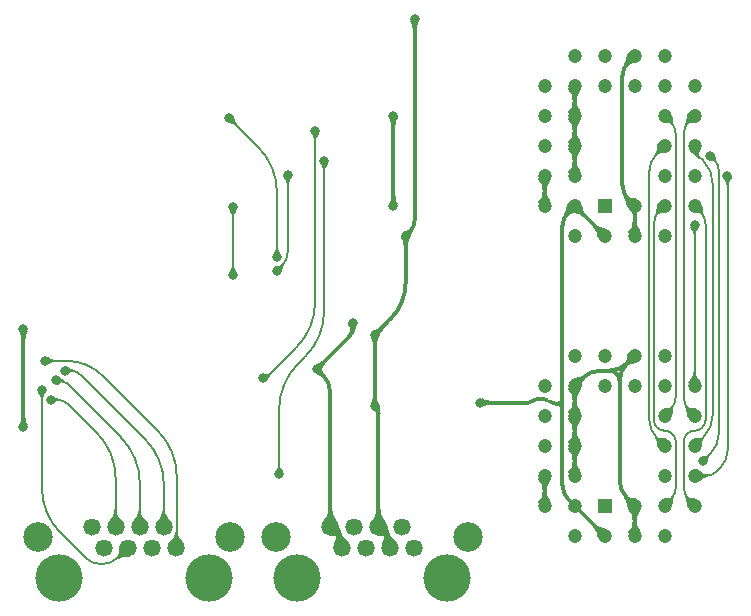
<source format=gbl>
%TF.GenerationSoftware,KiCad,Pcbnew,8.0.7*%
%TF.CreationDate,2025-02-08T22:14:50+02:00*%
%TF.ProjectId,LED Digit Tester,4c454420-4469-4676-9974-205465737465,V0*%
%TF.SameCoordinates,Original*%
%TF.FileFunction,Copper,L2,Bot*%
%TF.FilePolarity,Positive*%
%FSLAX46Y46*%
G04 Gerber Fmt 4.6, Leading zero omitted, Abs format (unit mm)*
G04 Created by KiCad (PCBNEW 8.0.7) date 2025-02-08 22:14:50*
%MOMM*%
%LPD*%
G01*
G04 APERTURE LIST*
%TA.AperFunction,ComponentPad*%
%ADD10R,1.200000X1.200000*%
%TD*%
%TA.AperFunction,ComponentPad*%
%ADD11C,1.200000*%
%TD*%
%TA.AperFunction,WasherPad*%
%ADD12C,4.000000*%
%TD*%
%TA.AperFunction,ComponentPad*%
%ADD13C,1.470000*%
%TD*%
%TA.AperFunction,ComponentPad*%
%ADD14C,2.500000*%
%TD*%
%TA.AperFunction,ViaPad*%
%ADD15C,0.800000*%
%TD*%
%TA.AperFunction,Conductor*%
%ADD16C,0.380000*%
%TD*%
%TA.AperFunction,Conductor*%
%ADD17C,0.200000*%
%TD*%
G04 APERTURE END LIST*
D10*
%TO.P,IC6,1,N.C.*%
%TO.N,unconnected-(IC6-N.C.-Pad1)*%
X48008000Y2666000D03*
D11*
%TO.P,IC6,2,A16*%
%TO.N,/GND*%
X50548000Y126000D03*
%TO.P,IC6,3,A15*%
X50548000Y2666000D03*
%TO.P,IC6,4,A12*%
X53088000Y126000D03*
%TO.P,IC6,5,A7*%
%TO.N,/A7*%
X55628000Y2666000D03*
%TO.P,IC6,6,A6*%
%TO.N,/A6*%
X53088000Y2666000D03*
%TO.P,IC6,7,A5*%
%TO.N,/A5*%
X55628000Y5206000D03*
%TO.P,IC6,8,A4*%
%TO.N,/A4*%
X53088000Y5206000D03*
%TO.P,IC6,9,A3*%
%TO.N,/A3*%
X55628000Y7746000D03*
%TO.P,IC6,10,A2*%
%TO.N,/A2*%
X53088000Y7746000D03*
%TO.P,IC6,11,A1*%
%TO.N,/A1*%
X55628000Y10286000D03*
%TO.P,IC6,12,A0*%
%TO.N,/A0*%
X53088000Y10286000D03*
%TO.P,IC6,13,DQ0*%
%TO.N,Net-(IC2-B0)*%
X55628000Y12826000D03*
%TO.P,IC6,14,DQ1*%
%TO.N,Net-(IC2-B1)*%
X53088000Y15366000D03*
%TO.P,IC6,15,DQ2*%
%TO.N,Net-(IC2-B2)*%
X53088000Y12826000D03*
%TO.P,IC6,16,GND*%
%TO.N,/GND*%
X50548000Y15366000D03*
%TO.P,IC6,17,DQ3*%
%TO.N,Net-(IC2-B3)*%
X50548000Y12826000D03*
%TO.P,IC6,18,DQ4*%
%TO.N,Net-(IC2-B4)*%
X48008000Y15366000D03*
%TO.P,IC6,19,DQ5*%
%TO.N,Net-(IC2-B5)*%
X48008000Y12826000D03*
%TO.P,IC6,20,DQ6*%
%TO.N,Net-(IC2-B6)*%
X45468000Y15366000D03*
%TO.P,IC6,21,DQ7*%
%TO.N,Net-(IC2-B7)*%
X42928000Y12826000D03*
%TO.P,IC6,22,~{CE}*%
%TO.N,/GND*%
X45468000Y12826000D03*
%TO.P,IC6,23,A10*%
X42928000Y10286000D03*
%TO.P,IC6,24,~{OE}*%
X45468000Y10286000D03*
%TO.P,IC6,25,A11*%
X42928000Y7746000D03*
%TO.P,IC6,26,A9*%
X45468000Y7746000D03*
%TO.P,IC6,27,A8*%
X42928000Y5206000D03*
%TO.P,IC6,28,A13*%
X45468000Y5206000D03*
%TO.P,IC6,29,A14*%
X42928000Y2666000D03*
%TO.P,IC6,30,N.C.*%
%TO.N,unconnected-(IC6-N.C.-Pad30)*%
X45468000Y126000D03*
%TO.P,IC6,31,~{WE}*%
%TO.N,/3.3V*%
X45468000Y2666000D03*
%TO.P,IC6,32,3V*%
X48008000Y126000D03*
%TD*%
D12*
%TO.P,J1,*%
%TO.N,*%
X21975000Y-3431000D03*
X34675000Y-3431000D03*
D13*
%TO.P,J1,1,1*%
%TO.N,/12V*%
X31905000Y-891000D03*
%TO.P,J1,2,2*%
%TO.N,/5V*%
X30885000Y889000D03*
%TO.P,J1,3,3*%
X29865000Y-891000D03*
%TO.P,J1,4,4*%
X28845000Y889000D03*
%TO.P,J1,5,5*%
%TO.N,/GND*%
X27825000Y-891000D03*
%TO.P,J1,6,6*%
X26805000Y889000D03*
%TO.P,J1,7,7*%
X25785000Y-891000D03*
%TO.P,J1,8,8*%
X24765000Y889000D03*
D14*
%TO.P,J1,MH1,MH1*%
%TO.N,unconnected-(J1-PadMH1)*%
X36455000Y-1000D03*
%TO.P,J1,MH2,MH2*%
%TO.N,unconnected-(J1-PadMH2)*%
X20195000Y-1000D03*
%TD*%
D12*
%TO.P,J2,*%
%TO.N,*%
X1780000Y-3430000D03*
X14480000Y-3430000D03*
D13*
%TO.P,J2,1,1*%
%TO.N,/OP0*%
X11710000Y-890000D03*
%TO.P,J2,2,2*%
%TO.N,/OP1*%
X10690000Y890000D03*
%TO.P,J2,3,3*%
%TO.N,/OP2*%
X9670000Y-890000D03*
%TO.P,J2,4,4*%
%TO.N,/OP3*%
X8650000Y890000D03*
%TO.P,J2,5,5*%
%TO.N,/OP4*%
X7630000Y-890000D03*
%TO.P,J2,6,6*%
%TO.N,/OP5*%
X6610000Y890000D03*
%TO.P,J2,7,7*%
%TO.N,/OP6*%
X5590000Y-890000D03*
%TO.P,J2,8,8*%
%TO.N,/OP7*%
X4570000Y890000D03*
D14*
%TO.P,J2,MH1,MH1*%
%TO.N,unconnected-(J2-PadMH1)*%
X16260000Y0D03*
%TO.P,J2,MH2,MH2*%
%TO.N,unconnected-(J2-PadMH2)*%
X0Y0D03*
%TD*%
D10*
%TO.P,IC1,1,N.C.*%
%TO.N,unconnected-(IC1-N.C.-Pad1)*%
X48008000Y28066000D03*
D11*
%TO.P,IC1,2,A16*%
%TO.N,/GND*%
X50548000Y25526000D03*
%TO.P,IC1,3,A15*%
X50548000Y28066000D03*
%TO.P,IC1,4,A12*%
X53088000Y25526000D03*
%TO.P,IC1,5,A7*%
%TO.N,/A7*%
X55628000Y28066000D03*
%TO.P,IC1,6,A6*%
%TO.N,/A6*%
X53088000Y28066000D03*
%TO.P,IC1,7,A5*%
%TO.N,/A5*%
X55628000Y30606000D03*
%TO.P,IC1,8,A4*%
%TO.N,/A4*%
X53088000Y30606000D03*
%TO.P,IC1,9,A3*%
%TO.N,/A3*%
X55628000Y33146000D03*
%TO.P,IC1,10,A2*%
%TO.N,/A2*%
X53088000Y33146000D03*
%TO.P,IC1,11,A1*%
%TO.N,/A1*%
X55628000Y35686000D03*
%TO.P,IC1,12,A0*%
%TO.N,/A0*%
X53088000Y35686000D03*
%TO.P,IC1,13,DQ0*%
%TO.N,Net-(IC1-DQ0)*%
X55628000Y38226000D03*
%TO.P,IC1,14,DQ1*%
%TO.N,Net-(IC1-DQ1)*%
X53088000Y40766000D03*
%TO.P,IC1,15,DQ2*%
%TO.N,Net-(IC1-DQ2)*%
X53088000Y38226000D03*
%TO.P,IC1,16,GND*%
%TO.N,/GND*%
X50548000Y40766000D03*
%TO.P,IC1,17,DQ3*%
%TO.N,Net-(IC1-DQ3)*%
X50548000Y38226000D03*
%TO.P,IC1,18,DQ4*%
%TO.N,Net-(IC1-DQ4)*%
X48008000Y40766000D03*
%TO.P,IC1,19,DQ5*%
%TO.N,Net-(IC1-DQ5)*%
X48008000Y38226000D03*
%TO.P,IC1,20,DQ6*%
%TO.N,Net-(IC1-DQ6)*%
X45468000Y40766000D03*
%TO.P,IC1,21,DQ7*%
%TO.N,Net-(IC1-DQ7)*%
X42928000Y38226000D03*
%TO.P,IC1,22,~{CE}*%
%TO.N,/GND*%
X45468000Y38226000D03*
%TO.P,IC1,23,A10*%
X42928000Y35686000D03*
%TO.P,IC1,24,~{OE}*%
X45468000Y35686000D03*
%TO.P,IC1,25,A11*%
X42928000Y33146000D03*
%TO.P,IC1,26,A9*%
X45468000Y33146000D03*
%TO.P,IC1,27,A8*%
X42928000Y30606000D03*
%TO.P,IC1,28,A13*%
X45468000Y30606000D03*
%TO.P,IC1,29,A14*%
X42928000Y28066000D03*
%TO.P,IC1,30,N.C.*%
%TO.N,unconnected-(IC1-N.C.-Pad30)*%
X45468000Y25526000D03*
%TO.P,IC1,31,~{WE}*%
%TO.N,/3.3V*%
X45468000Y28066000D03*
%TO.P,IC1,32,3V*%
X48008000Y25526000D03*
%TD*%
D15*
%TO.N,/GND*%
X30124688Y28066000D03*
X-1204500Y9333500D03*
X-1204490Y17588490D03*
X30124688Y35686000D03*
X26672000Y18160000D03*
X23633500Y14232500D03*
%TO.N,/3.3V*%
X37467000Y11382000D03*
%TO.N,/5V*%
X31162000Y25526000D03*
X31930000Y43876700D03*
X28556400Y17144000D03*
X28556400Y11138800D03*
%TO.N,/LED \u03A9 C-Seg*%
X16233900Y35475400D03*
X20264000Y23748000D03*
%TO.N,/LED \u03A9 D-Seg*%
X20269400Y22563700D03*
X21174500Y30705700D03*
%TO.N,/LED \u03A9 E-Seg*%
X16547150Y27974150D03*
X16547156Y22224000D03*
%TO.N,Net-(IC2-B0)*%
X55628000Y26443500D03*
%TO.N,/OP4*%
X364900Y12501000D03*
%TO.N,/OP1*%
X2288000Y14096000D03*
%TO.N,/OP3*%
X1533500Y13272700D03*
%TO.N,/OP0*%
X639500Y14932100D03*
%TO.N,/OP5*%
X1123800Y11633800D03*
%TO.N,/A4*%
X56960300Y32275100D03*
X56320800Y6430700D03*
%TO.N,/A1*%
X19052000Y13461000D03*
X23497000Y34416000D03*
%TO.N,/A5*%
X58410000Y30606000D03*
X20449000Y5322000D03*
X24259000Y31876000D03*
%TD*%
D16*
%TO.N,/5V*%
X31162000Y21592037D02*
G75*
G02*
X29859199Y18446801I-4448040J3D01*
G01*
X28700700Y10994500D02*
G75*
G02*
X28845012Y10646128I-348400J-348400D01*
G01*
X31930000Y26837058D02*
G75*
G02*
X31545988Y25910012I-1311100J42D01*
G01*
X29596299Y137700D02*
G75*
G02*
X29865000Y-511000I-648699J-648700D01*
G01*
%TO.N,/3.3V*%
X44952050Y27550050D02*
G75*
G03*
X44436085Y26304436I1245650J-1245650D01*
G01*
X44004400Y11292300D02*
G75*
G03*
X44436100Y11724000I0J431700D01*
G01*
X44436100Y10860600D02*
G75*
G03*
X44004400Y11292300I-431700J0D01*
G01*
X43377350Y11487650D02*
G75*
G03*
X42905733Y11683014I-471650J-471650D01*
G01*
X43377350Y11487650D02*
G75*
G03*
X43848966Y11292286I471650J471650D01*
G01*
X44436100Y4427563D02*
G75*
G03*
X44952061Y3181961I1761600J37D01*
G01*
X41888500Y11532500D02*
G75*
G02*
X41525160Y11382016I-363300J363300D01*
G01*
X42251839Y11683000D02*
G75*
G03*
X41888489Y11532511I-39J-513800D01*
G01*
X44952050Y3181950D02*
X45983950Y2150050D01*
X44436100Y11724000D02*
X44436100Y10860600D01*
%TO.N,/GND*%
X50032050Y28581950D02*
G75*
G02*
X50548015Y27336336I-1245650J-1245650D01*
G01*
X49278000Y4834025D02*
G75*
G03*
X49912992Y3300992I2168000J-25D01*
G01*
X-1204500Y17588472D02*
X-1204499Y17588475D01*
X-1204497Y17588479D01*
X-1204496Y17588482D01*
X-1204494Y17588485D01*
X-1204492Y17588488D01*
X-1204490Y17588490D01*
X48379974Y14096000D02*
G75*
G03*
X49913008Y14730992I26J2168000D01*
G01*
X49278000Y13197974D02*
G75*
G03*
X48379974Y14096000I-898000J26D01*
G01*
X49913000Y14731000D02*
G75*
G03*
X49278011Y13197974I1533000J-1533000D01*
G01*
X25516299Y137700D02*
G75*
G02*
X25785000Y-511000I-648699J-648700D01*
G01*
X26672000Y17715500D02*
G75*
G02*
X26357687Y16956695I-1073100J0D01*
G01*
X24199250Y13666750D02*
G75*
G02*
X24765004Y12300908I-1365850J-1365850D01*
G01*
X50032050Y40250050D02*
G75*
G03*
X49516085Y39004436I1245650J-1245650D01*
G01*
X47636025Y14096000D02*
G75*
G03*
X46102992Y13461008I-25J-2168000D01*
G01*
X49516100Y29827563D02*
G75*
G03*
X50032061Y28581961I1761600J37D01*
G01*
D17*
%TO.N,/A0*%
X54040500Y11912019D02*
G75*
G02*
X53564256Y10762244I-1626000J-19D01*
G01*
X53564250Y35209750D02*
G75*
G02*
X54040492Y34059980I-1149750J-1149750D01*
G01*
%TO.N,/A5*%
X57528004Y5582004D02*
G75*
G02*
X56620250Y5205977I-907804J907796D01*
G01*
X24259000Y19143963D02*
G75*
G02*
X22665204Y15296210I-5441550J7D01*
G01*
X58416000Y30600000D02*
G75*
G02*
X58422006Y30585514I-14500J-14500D01*
G01*
X22042792Y14673792D02*
G75*
G03*
X20448989Y10826036I3847808J-3847792D01*
G01*
X58422000Y7374025D02*
G75*
G02*
X57787008Y5840992I-2168000J-25D01*
G01*
%TO.N,/A7*%
X55625019Y9016000D02*
G75*
G03*
X54979694Y8748706I-19J-912600D01*
G01*
X54979700Y8748700D02*
G75*
G03*
X54712408Y8103380I645300J-645300D01*
G01*
X56088900Y27605100D02*
G75*
G02*
X56549795Y26492388I-1112700J-1112700D01*
G01*
X54712400Y4229026D02*
G75*
G03*
X55170192Y3123792I1563000J-26D01*
G01*
X56278407Y9285407D02*
G75*
G02*
X55628000Y9015995I-650407J650393D01*
G01*
X56549800Y9939203D02*
G75*
G02*
X56279401Y9286399I-923200J-3D01*
G01*
%TO.N,/A1*%
X54696300Y11876511D02*
G75*
G03*
X55162147Y10751847I1590500J-11D01*
G01*
X19395802Y13550802D02*
G75*
G02*
X19179000Y13460998I-216802J216798D01*
G01*
X23497000Y19905963D02*
G75*
G02*
X21903204Y16058210I-5441550J7D01*
G01*
X55162150Y35220150D02*
G75*
G03*
X54696305Y34095488I1124650J-1124650D01*
G01*
%TO.N,/A2*%
X52435050Y32493050D02*
G75*
G03*
X51782104Y30916689I1576350J-1576350D01*
G01*
X51782100Y9975310D02*
G75*
G03*
X52435047Y8398947I2229300J-10D01*
G01*
%TO.N,/A3*%
X57152000Y10347630D02*
G75*
G02*
X56390009Y8507991I-2601600J-30D01*
G01*
X55628000Y32862050D02*
G75*
G03*
X55828761Y32377296I685500J-50D01*
G01*
X56390000Y31816100D02*
G75*
G02*
X57151987Y29976469I-1839600J-1839600D01*
G01*
%TO.N,/A4*%
X57310150Y31925250D02*
G75*
G02*
X57660015Y31080637I-844650J-844650D01*
G01*
X57660000Y8716857D02*
G75*
G02*
X56990388Y7100312I-2286200J43D01*
G01*
%TO.N,/A6*%
X53738407Y8746592D02*
G75*
G03*
X53088000Y9016004I-650407J-650392D01*
G01*
X54048600Y4305846D02*
G75*
G02*
X53568314Y3146286I-1639800J-46D01*
G01*
X52446600Y9276400D02*
G75*
G03*
X53075261Y9015984I628700J628700D01*
G01*
X52186200Y9905061D02*
G75*
G03*
X52446611Y9276411I889100J39D01*
G01*
X53758800Y8726200D02*
G75*
G02*
X54048584Y8026560I-699600J-699600D01*
G01*
X52637100Y27615100D02*
G75*
G03*
X52186187Y26526531I1088600J-1088600D01*
G01*
%TO.N,/OP5*%
X5016207Y8827792D02*
G75*
G02*
X6610001Y4980036I-3847767J-3847762D01*
G01*
X2594300Y11249699D02*
G75*
G03*
X1667000Y11633800I-927300J-927299D01*
G01*
%TO.N,/OP0*%
X10186207Y8991792D02*
G75*
G02*
X11780001Y5144036I-3847767J-3847762D01*
G01*
X5520954Y13657045D02*
G75*
G03*
X2442700Y14932099I-3078254J-3078255D01*
G01*
%TO.N,/OP3*%
X2465827Y13029172D02*
G75*
G03*
X1877900Y13272698I-587927J-587932D01*
G01*
X7056207Y8438792D02*
G75*
G02*
X8650001Y4591036I-3847767J-3847762D01*
G01*
%TO.N,/OP1*%
X3663210Y13736789D02*
G75*
G03*
X2796000Y14096005I-867210J-867189D01*
G01*
X9096207Y8303792D02*
G75*
G02*
X10690001Y4456036I-3847767J-3847762D01*
G01*
%TO.N,/OP4*%
X6817105Y-1702894D02*
G75*
G02*
X5406950Y-2286997I-1410155J1410164D01*
G01*
X3996794Y-1702894D02*
G75*
G03*
X5406950Y-2286997I1410156J1410164D01*
G01*
X364900Y4182963D02*
G75*
G03*
X1958691Y335206I5441550J-3D01*
G01*
%TO.N,/LED \u03A9 D-Seg*%
X21174500Y24108802D02*
G75*
G02*
X20721951Y23016249I-1545100J-2D01*
G01*
%TO.N,/LED \u03A9 C-Seg*%
X18670207Y33039092D02*
G75*
G02*
X20264001Y29191336I-3847767J-3847762D01*
G01*
%TO.N,/A5*%
X20449000Y5322000D02*
X20449000Y10826036D01*
X22665207Y15296207D02*
X22042792Y14673792D01*
X24259000Y31876000D02*
X24259000Y19143963D01*
D16*
%TO.N,/GND*%
X50548000Y27336336D02*
X50548000Y25526000D01*
X45468000Y7746000D02*
X45468000Y5206000D01*
X45468000Y35686000D02*
X45468000Y38226000D01*
X24765000Y889000D02*
X24765000Y12300908D01*
X49278000Y4834025D02*
X49278000Y13197974D01*
X25516299Y137700D02*
X24765000Y889000D01*
X49516100Y39004436D02*
X49516100Y29827563D01*
X42928000Y28066000D02*
X42928000Y30606000D01*
X49913000Y3301000D02*
X50548000Y2666000D01*
X23633500Y14232500D02*
X24199250Y13666750D01*
X45468000Y12826000D02*
X46103000Y13461000D01*
X45468000Y12826000D02*
X45468000Y10286000D01*
X-1204500Y17588472D02*
X-1204500Y9333500D01*
X45468000Y33146000D02*
X45468000Y30606000D01*
X23633500Y14232500D02*
X26357691Y16956691D01*
X50548000Y2666000D02*
X50548000Y126000D01*
X45468000Y35686000D02*
X45468000Y33146000D01*
X50032050Y40250050D02*
X50548000Y40766000D01*
X30124688Y28066000D02*
X30124688Y35686000D01*
X45468000Y7746000D02*
X45468000Y10286000D01*
X49913000Y14731000D02*
X50548000Y15366000D01*
X42928000Y2666000D02*
X42928000Y5206000D01*
X48379974Y14096000D02*
X47636025Y14096000D01*
X26672000Y17715500D02*
X26672000Y18160000D01*
%TO.N,/3.3V*%
X42905733Y11683000D02*
X42251839Y11683000D01*
X44436100Y10860600D02*
X44436100Y4427563D01*
X37467000Y11382000D02*
X41525160Y11382000D01*
X44952050Y27550050D02*
X45468000Y28066000D01*
X45468000Y28066000D02*
X48008000Y25526000D01*
X44004400Y11292300D02*
X43848966Y11292300D01*
X44436100Y26304436D02*
X44436100Y11724000D01*
X45983950Y2150050D02*
X48008000Y126000D01*
%TO.N,/5V*%
X31162000Y25526000D02*
X31546000Y25910000D01*
X28845000Y889000D02*
X28845000Y10646128D01*
X28556400Y17144000D02*
X28556400Y11138800D01*
X31930000Y43876700D02*
X31930000Y26837058D01*
X28700700Y10994500D02*
X28556400Y11138800D01*
X29859200Y18446800D02*
X28556400Y17144000D01*
X28845000Y889000D02*
X29596299Y137700D01*
X31162000Y21592037D02*
X31162000Y25526000D01*
D17*
%TO.N,/LED \u03A9 C-Seg*%
X16233900Y35475400D02*
X18670207Y33039092D01*
X20264000Y23748000D02*
X20264000Y29191336D01*
%TO.N,/LED \u03A9 D-Seg*%
X20721950Y23016250D02*
X20269400Y22563700D01*
X21174500Y24108802D02*
X21174500Y30705700D01*
%TO.N,/LED \u03A9 E-Seg*%
X16547150Y22224006D02*
X16547156Y22224000D01*
X16547150Y22224006D02*
X16547150Y27974150D01*
%TO.N,Net-(IC2-B0)*%
X55628000Y26443500D02*
X55628000Y12826000D01*
%TO.N,/OP4*%
X364900Y4182963D02*
X364900Y12501000D01*
X3996794Y-1702894D02*
X1958692Y335207D01*
X6817105Y-1702894D02*
X7630000Y-890000D01*
%TO.N,/OP1*%
X2796000Y14096000D02*
X2288000Y14096000D01*
X10690000Y4456036D02*
X10690000Y890000D01*
X3663210Y13736789D02*
X9096207Y8303792D01*
%TO.N,/OP3*%
X2465827Y13029172D02*
X7056207Y8438792D01*
X1877900Y13272700D02*
X1533500Y13272700D01*
X8650000Y4591036D02*
X8650000Y890000D01*
%TO.N,/OP0*%
X639500Y14932100D02*
X2442700Y14932100D01*
X10186207Y8991792D02*
X5520954Y13657045D01*
X11780000Y5144036D02*
X11780000Y-820000D01*
%TO.N,/OP5*%
X1123800Y11633800D02*
X1667000Y11633800D01*
X6610000Y4980036D02*
X6610000Y890000D01*
X5016207Y8827792D02*
X2594300Y11249699D01*
%TO.N,/A6*%
X54048600Y4305846D02*
X54048600Y8026560D01*
X53568300Y3146300D02*
X53088000Y2666000D01*
X52186200Y9905061D02*
X52186200Y26526531D01*
X52637100Y27615100D02*
X53088000Y28066000D01*
X53088000Y9016000D02*
X53075261Y9016000D01*
X53738407Y8746592D02*
X53758800Y8726200D01*
%TO.N,/A4*%
X57660000Y31080637D02*
X57660000Y8716857D01*
X57310150Y31925250D02*
X56960300Y32275100D01*
X56990400Y7100300D02*
X56320800Y6430700D01*
%TO.N,/A3*%
X56390000Y8508000D02*
X55628000Y7746000D01*
X55828782Y32377317D02*
X56390000Y31816100D01*
X57152000Y10347630D02*
X57152000Y29976469D01*
%TO.N,/A2*%
X52435050Y32493050D02*
X53088000Y33146000D01*
X51782100Y30916689D02*
X51782100Y9975310D01*
X52435050Y8398950D02*
X53088000Y7746000D01*
%TO.N,/A1*%
X55162150Y35220150D02*
X55628000Y35686000D01*
X19395802Y13550802D02*
X21903207Y16058207D01*
X23497000Y19905963D02*
X23497000Y34416000D01*
X19179000Y13461000D02*
X19052000Y13461000D01*
X55162150Y10751850D02*
X55628000Y10286000D01*
X54696300Y11876511D02*
X54696300Y34095488D01*
%TO.N,/A7*%
X56278407Y9285407D02*
X56279400Y9286400D01*
X55625019Y9016000D02*
X55628000Y9016000D01*
X56088900Y27605100D02*
X55628000Y28066000D01*
X54712400Y8103380D02*
X54712400Y4229026D01*
X56549800Y26492388D02*
X56549800Y9939203D01*
X55170200Y3123800D02*
X55628000Y2666000D01*
%TO.N,/A5*%
X56620250Y5206000D02*
X56088500Y5206000D01*
X57528004Y5582004D02*
X57787000Y5841000D01*
X58410000Y30606000D02*
X58416000Y30600000D01*
X58422000Y30585514D02*
X58422000Y7374025D01*
%TO.N,/A0*%
X53564250Y35209750D02*
X53088000Y35686000D01*
X54040500Y11912019D02*
X54040500Y34059980D01*
X53564250Y10762250D02*
X53088000Y10286000D01*
%TD*%
%TA.AperFunction,Conductor*%
%TO.N,/5V*%
G36*
X28945264Y11138827D02*
G01*
X28953529Y11135379D01*
X28956922Y11127676D01*
X28964573Y10964755D01*
X28964574Y10964749D01*
X28984068Y10841994D01*
X29007257Y10736694D01*
X29007386Y10736013D01*
X29026723Y10614246D01*
X29026855Y10612960D01*
X29034425Y10451811D01*
X29031390Y10443386D01*
X29023287Y10439575D01*
X29022738Y10439562D01*
X28665030Y10439562D01*
X28656757Y10442989D01*
X28653468Y10449473D01*
X28634497Y10572117D01*
X28634496Y10572117D01*
X28634496Y10572122D01*
X28578231Y10650607D01*
X28494073Y10704452D01*
X28390704Y10762633D01*
X28389160Y10763675D01*
X28283765Y10847807D01*
X28279438Y10855647D01*
X28281921Y10864250D01*
X28282777Y10865210D01*
X28381966Y10964749D01*
X28552958Y11136346D01*
X28561225Y11139787D01*
X28561275Y11139787D01*
X28945264Y11138827D01*
G37*
%TD.AperFunction*%
%TD*%
%TA.AperFunction,Conductor*%
%TO.N,/5V*%
G36*
X29478796Y523943D02*
G01*
X29626685Y376786D01*
X29696473Y307343D01*
X29814560Y191206D01*
X29857771Y148710D01*
X29967079Y41890D01*
X29997488Y12174D01*
X30158723Y-146397D01*
X30158752Y-146464D01*
X30158772Y-146445D01*
X30376420Y-363015D01*
X30379867Y-371280D01*
X30376461Y-379562D01*
X30376451Y-379571D01*
X29869140Y-888264D01*
X29860872Y-891702D01*
X29860845Y-891702D01*
X29143630Y-891013D01*
X29135360Y-887578D01*
X29131941Y-879302D01*
X29132078Y-877529D01*
X29176518Y-589471D01*
X29177252Y-586826D01*
X29273047Y-352589D01*
X29273061Y-352555D01*
X29353210Y-153003D01*
X29351392Y41892D01*
X29207219Y255481D01*
X29205432Y264254D01*
X29208645Y270298D01*
X29462270Y523922D01*
X29470543Y527349D01*
X29478796Y523943D01*
G37*
%TD.AperFunction*%
%TD*%
%TA.AperFunction,Conductor*%
%TO.N,/3.3V*%
G36*
X45604628Y2786081D02*
G01*
X45607645Y2780878D01*
X45649291Y2627706D01*
X45648155Y2618823D01*
X45647373Y2617632D01*
X45523374Y2451700D01*
X45519562Y2448409D01*
X45301915Y2330895D01*
X45297378Y2329536D01*
X45073696Y2310043D01*
X45065285Y2312634D01*
X44920155Y2431097D01*
X44915914Y2438981D01*
X44916588Y2444234D01*
X44937581Y2500693D01*
X44943675Y2507252D01*
X44948190Y2508309D01*
X45068753Y2511979D01*
X45070748Y2511869D01*
X45090063Y2509136D01*
X45090063Y2509135D01*
X45097066Y2508144D01*
X45227852Y2489636D01*
X45227853Y2489635D01*
X45227860Y2489635D01*
X45327292Y2483226D01*
X45340526Y2482373D01*
X45340527Y2482373D01*
X45334455Y2525879D01*
X45336706Y2534546D01*
X45337770Y2535769D01*
X45588082Y2786081D01*
X45596355Y2789508D01*
X45604628Y2786081D01*
G37*
%TD.AperFunction*%
%TD*%
%TA.AperFunction,Conductor*%
%TO.N,/GND*%
G36*
X49948243Y28983564D02*
G01*
X50068402Y28813608D01*
X50068408Y28813603D01*
X50204419Y28735509D01*
X50360929Y28709376D01*
X50360975Y28709369D01*
X50547563Y28687146D01*
X50549450Y28686761D01*
X50765091Y28623972D01*
X50772076Y28618369D01*
X50773053Y28609468D01*
X50772635Y28608275D01*
X50550309Y28069606D01*
X50543986Y28063267D01*
X50004703Y27840938D01*
X49995751Y27840953D01*
X49989429Y27847296D01*
X49989343Y27847511D01*
X49898557Y28080750D01*
X49898395Y28081195D01*
X49838177Y28257695D01*
X49838167Y28257723D01*
X49786470Y28410494D01*
X49717112Y28583087D01*
X49608757Y28809015D01*
X49608270Y28817956D01*
X49613995Y28824499D01*
X49933378Y28987235D01*
X49942305Y28987937D01*
X49948243Y28983564D01*
G37*
%TD.AperFunction*%
%TD*%
%TA.AperFunction,Conductor*%
%TO.N,/GND*%
G36*
X25398796Y523943D02*
G01*
X25546685Y376786D01*
X25616473Y307343D01*
X25734560Y191206D01*
X25777771Y148710D01*
X25887079Y41890D01*
X25917488Y12174D01*
X26078723Y-146397D01*
X26078752Y-146464D01*
X26078772Y-146445D01*
X26296420Y-363015D01*
X26299867Y-371280D01*
X26296461Y-379562D01*
X26296451Y-379571D01*
X25789140Y-888264D01*
X25780872Y-891702D01*
X25780845Y-891702D01*
X25063630Y-891013D01*
X25055360Y-887578D01*
X25051941Y-879302D01*
X25052078Y-877529D01*
X25096518Y-589471D01*
X25097252Y-586826D01*
X25193047Y-352589D01*
X25193061Y-352555D01*
X25273210Y-153003D01*
X25271392Y41892D01*
X25127219Y255481D01*
X25125432Y264254D01*
X25128645Y270298D01*
X25382270Y523922D01*
X25390543Y527349D01*
X25398796Y523943D01*
G37*
%TD.AperFunction*%
%TD*%
%TA.AperFunction,Conductor*%
%TO.N,/A3*%
G36*
X56214357Y33146016D02*
G01*
X56222626Y33142579D01*
X56226043Y33134302D01*
X56225904Y33132519D01*
X56188903Y32894519D01*
X56188157Y32891853D01*
X56107543Y32696506D01*
X56039791Y32529987D01*
X56040599Y32367319D01*
X56159790Y32190341D01*
X56161569Y32181564D01*
X56158359Y32175532D01*
X56031711Y32048883D01*
X56023438Y32045456D01*
X56015493Y32048567D01*
X55829947Y32220252D01*
X55680844Y32334831D01*
X55546837Y32427693D01*
X55546443Y32427981D01*
X55397955Y32542087D01*
X55397160Y32542758D01*
X55212647Y32713490D01*
X55208903Y32721623D01*
X55212006Y32730023D01*
X55212307Y32730336D01*
X55373287Y32891853D01*
X55623857Y33143260D01*
X55632125Y33146701D01*
X55632158Y33146701D01*
X56214357Y33146016D01*
G37*
%TD.AperFunction*%
%TD*%
%TA.AperFunction,Conductor*%
%TO.N,/OP3*%
G36*
X1697270Y13637505D02*
G01*
X1697508Y13637403D01*
X1866209Y13562604D01*
X1867036Y13562198D01*
X1989186Y13496094D01*
X1990125Y13495527D01*
X2090573Y13428294D01*
X2090946Y13428033D01*
X2204944Y13345129D01*
X2357972Y13238859D01*
X2362812Y13231325D01*
X2361026Y13222749D01*
X2287325Y13112439D01*
X2261794Y13074227D01*
X2254349Y13069252D01*
X2247285Y13070048D01*
X2128730Y13123159D01*
X2128728Y13123158D01*
X2128728Y13123159D01*
X2028167Y13112439D01*
X1934417Y13056857D01*
X1827893Y12979864D01*
X1826627Y12979068D01*
X1706661Y12914037D01*
X1697972Y12909327D01*
X1689065Y12908397D01*
X1682110Y12914037D01*
X1681602Y12915101D01*
X1534538Y13268758D01*
X1534526Y13277707D01*
X1681968Y13631211D01*
X1688315Y13637527D01*
X1697270Y13637505D01*
G37*
%TD.AperFunction*%
%TD*%
%TA.AperFunction,Conductor*%
%TO.N,/A5*%
G36*
X20546566Y6118573D02*
G01*
X20549947Y6111335D01*
X20564158Y5951240D01*
X20605262Y5836135D01*
X20665734Y5741732D01*
X20738611Y5633642D01*
X20739360Y5632362D01*
X20812900Y5486297D01*
X20813560Y5477367D01*
X20807711Y5470586D01*
X20806952Y5470237D01*
X20733716Y5439703D01*
X20453499Y5322875D01*
X20444550Y5322855D01*
X20091046Y5470237D01*
X20084729Y5476584D01*
X20084750Y5485538D01*
X20085099Y5486297D01*
X20087711Y5491486D01*
X20158642Y5632370D01*
X20159382Y5633635D01*
X20232261Y5741728D01*
X20292738Y5836138D01*
X20333840Y5951238D01*
X20348053Y6111335D01*
X20352198Y6119272D01*
X20359707Y6122000D01*
X20538293Y6122000D01*
X20546566Y6118573D01*
G37*
%TD.AperFunction*%
%TD*%
%TA.AperFunction,Conductor*%
%TO.N,/A5*%
G36*
X24263502Y31875123D02*
G01*
X24616952Y31727762D01*
X24623270Y31721415D01*
X24623249Y31712461D01*
X24622900Y31711702D01*
X24549360Y31565635D01*
X24548611Y31564355D01*
X24475734Y31456266D01*
X24415262Y31361862D01*
X24374158Y31246758D01*
X24359947Y31086665D01*
X24355802Y31078728D01*
X24348293Y31076000D01*
X24169707Y31076000D01*
X24161434Y31079427D01*
X24158053Y31086665D01*
X24143840Y31246758D01*
X24143840Y31246761D01*
X24102738Y31361860D01*
X24042261Y31456271D01*
X23969378Y31564369D01*
X23968646Y31565620D01*
X23895097Y31711705D01*
X23894438Y31720632D01*
X23900287Y31727413D01*
X23901046Y31727762D01*
X24254498Y31875123D01*
X24263452Y31875144D01*
X24263502Y31875123D01*
G37*
%TD.AperFunction*%
%TD*%
%TA.AperFunction,Conductor*%
%TO.N,/GND*%
G36*
X50735409Y26722573D02*
G01*
X50738804Y26715166D01*
X50756849Y26472034D01*
X50809123Y26298432D01*
X50888407Y26154769D01*
X50987989Y25991114D01*
X50988520Y25990140D01*
X51096917Y25766759D01*
X51097446Y25757820D01*
X51091499Y25751125D01*
X51090900Y25750855D01*
X50552492Y25526868D01*
X50543541Y25526855D01*
X50005112Y25750850D01*
X49998792Y25757190D01*
X49998806Y25766145D01*
X49999082Y25766759D01*
X50107477Y25990140D01*
X50108008Y25991114D01*
X50207591Y26154769D01*
X50207594Y26154774D01*
X50286875Y26298430D01*
X50339149Y26472032D01*
X50357196Y26715166D01*
X50361226Y26723163D01*
X50368864Y26726000D01*
X50727136Y26726000D01*
X50735409Y26722573D01*
G37*
%TD.AperFunction*%
%TD*%
%TA.AperFunction,Conductor*%
%TO.N,/GND*%
G36*
X45472494Y7745130D02*
G01*
X46010885Y7521150D01*
X46017207Y7514809D01*
X46017193Y7505854D01*
X46016917Y7505240D01*
X45908520Y7281858D01*
X45907989Y7280884D01*
X45808407Y7117229D01*
X45808405Y7117225D01*
X45729124Y6973568D01*
X45729123Y6973565D01*
X45676849Y6799964D01*
X45658804Y6556834D01*
X45654774Y6548837D01*
X45647136Y6546000D01*
X45288864Y6546000D01*
X45280591Y6549427D01*
X45277196Y6556834D01*
X45259149Y6799964D01*
X45259149Y6799967D01*
X45206875Y6973568D01*
X45127594Y7117225D01*
X45028004Y7280890D01*
X45027477Y7281858D01*
X44919082Y7505240D01*
X44918553Y7514179D01*
X44924500Y7520874D01*
X44925114Y7521150D01*
X45463506Y7745130D01*
X45472461Y7745144D01*
X45472494Y7745130D01*
G37*
%TD.AperFunction*%
%TD*%
%TA.AperFunction,Conductor*%
%TO.N,/GND*%
G36*
X45655409Y6402573D02*
G01*
X45658804Y6395166D01*
X45676849Y6152034D01*
X45729123Y5978432D01*
X45808407Y5834769D01*
X45907989Y5671114D01*
X45908520Y5670140D01*
X46016917Y5446759D01*
X46017446Y5437820D01*
X46011499Y5431125D01*
X46010900Y5430855D01*
X45472492Y5206868D01*
X45463541Y5206855D01*
X44925112Y5430850D01*
X44918792Y5437190D01*
X44918806Y5446145D01*
X44919082Y5446759D01*
X45027477Y5670140D01*
X45028008Y5671114D01*
X45127591Y5834769D01*
X45127594Y5834774D01*
X45206875Y5978430D01*
X45259149Y6152032D01*
X45277196Y6395166D01*
X45281226Y6403163D01*
X45288864Y6406000D01*
X45647136Y6406000D01*
X45655409Y6402573D01*
G37*
%TD.AperFunction*%
%TD*%
%TA.AperFunction,Conductor*%
%TO.N,/GND*%
G36*
X45655409Y36882573D02*
G01*
X45658804Y36875166D01*
X45676849Y36632034D01*
X45729123Y36458432D01*
X45808407Y36314769D01*
X45907989Y36151114D01*
X45908520Y36150140D01*
X46016917Y35926759D01*
X46017446Y35917820D01*
X46011499Y35911125D01*
X46010900Y35910855D01*
X45472492Y35686868D01*
X45463541Y35686855D01*
X44925112Y35910850D01*
X44918792Y35917190D01*
X44918806Y35926145D01*
X44919082Y35926759D01*
X45027477Y36150140D01*
X45028008Y36151114D01*
X45127591Y36314769D01*
X45127594Y36314774D01*
X45206875Y36458430D01*
X45259149Y36632032D01*
X45277196Y36875166D01*
X45281226Y36883163D01*
X45288864Y36886000D01*
X45647136Y36886000D01*
X45655409Y36882573D01*
G37*
%TD.AperFunction*%
%TD*%
%TA.AperFunction,Conductor*%
%TO.N,/GND*%
G36*
X45472494Y38225130D02*
G01*
X46010885Y38001150D01*
X46017207Y37994809D01*
X46017193Y37985854D01*
X46016917Y37985240D01*
X45908520Y37761858D01*
X45907989Y37760884D01*
X45808407Y37597229D01*
X45808405Y37597225D01*
X45729124Y37453568D01*
X45729123Y37453565D01*
X45676849Y37279964D01*
X45658804Y37036834D01*
X45654774Y37028837D01*
X45647136Y37026000D01*
X45288864Y37026000D01*
X45280591Y37029427D01*
X45277196Y37036834D01*
X45259149Y37279964D01*
X45259149Y37279967D01*
X45206875Y37453568D01*
X45127594Y37597225D01*
X45028004Y37760890D01*
X45027477Y37761858D01*
X44919082Y37985240D01*
X44918553Y37994179D01*
X44924500Y38000874D01*
X44925114Y38001150D01*
X45463506Y38225130D01*
X45472461Y38225144D01*
X45472494Y38225130D01*
G37*
%TD.AperFunction*%
%TD*%
%TA.AperFunction,Conductor*%
%TO.N,/GND*%
G36*
X24952546Y2355573D02*
G01*
X24955929Y2348313D01*
X24982249Y2045579D01*
X24982250Y2045575D01*
X25056310Y1833932D01*
X25056312Y1833926D01*
X25165646Y1660129D01*
X25298345Y1460808D01*
X25299066Y1459566D01*
X25438424Y1181498D01*
X25439067Y1172566D01*
X25433206Y1165796D01*
X25432455Y1165452D01*
X25261046Y1094199D01*
X24769488Y889865D01*
X24760537Y889855D01*
X24097543Y1165452D01*
X24091220Y1171792D01*
X24091231Y1180747D01*
X24091575Y1181498D01*
X24230931Y1459566D01*
X24231652Y1460808D01*
X24364351Y1660129D01*
X24473686Y1833926D01*
X24473688Y1833932D01*
X24547748Y2045575D01*
X24547749Y2045579D01*
X24574071Y2348313D01*
X24578202Y2356259D01*
X24585727Y2359000D01*
X24944273Y2359000D01*
X24952546Y2355573D01*
G37*
%TD.AperFunction*%
%TD*%
%TA.AperFunction,Conductor*%
%TO.N,/GND*%
G36*
X25441946Y1165696D02*
G01*
X25448269Y1159356D01*
X25448366Y1159114D01*
X25555217Y882848D01*
X25555436Y882233D01*
X25622852Y674116D01*
X25622955Y673778D01*
X25675871Y491837D01*
X25743440Y283248D01*
X25743445Y283236D01*
X25850607Y6172D01*
X25850396Y-2781D01*
X25844172Y-8858D01*
X25512596Y-146199D01*
X25503642Y-146199D01*
X25498341Y-141814D01*
X25366079Y59501D01*
X25366078Y59501D01*
X25366077Y59504D01*
X25199127Y132995D01*
X24998972Y137768D01*
X24763123Y141000D01*
X24760479Y141342D01*
X24496912Y206680D01*
X24489707Y211997D01*
X24488372Y220851D01*
X24488914Y222503D01*
X24600173Y491837D01*
X24762761Y885429D01*
X24769087Y891767D01*
X24769112Y891777D01*
X25432991Y1165708D01*
X25441946Y1165696D01*
G37*
%TD.AperFunction*%
%TD*%
%TA.AperFunction,Conductor*%
%TO.N,/GND*%
G36*
X42932494Y30605130D02*
G01*
X43470885Y30381150D01*
X43477207Y30374809D01*
X43477193Y30365854D01*
X43476917Y30365240D01*
X43368520Y30141858D01*
X43367989Y30140884D01*
X43268407Y29977229D01*
X43268405Y29977225D01*
X43189124Y29833568D01*
X43189123Y29833565D01*
X43136849Y29659964D01*
X43118804Y29416834D01*
X43114774Y29408837D01*
X43107136Y29406000D01*
X42748864Y29406000D01*
X42740591Y29409427D01*
X42737196Y29416834D01*
X42719149Y29659964D01*
X42719149Y29659967D01*
X42666875Y29833568D01*
X42587594Y29977225D01*
X42488004Y30140890D01*
X42487477Y30141858D01*
X42379082Y30365240D01*
X42378553Y30374179D01*
X42384500Y30380874D01*
X42385114Y30381150D01*
X42923506Y30605130D01*
X42932461Y30605144D01*
X42932494Y30605130D01*
G37*
%TD.AperFunction*%
%TD*%
%TA.AperFunction,Conductor*%
%TO.N,/GND*%
G36*
X43115409Y29262573D02*
G01*
X43118804Y29255166D01*
X43136849Y29012034D01*
X43189123Y28838432D01*
X43268407Y28694769D01*
X43367989Y28531114D01*
X43368520Y28530140D01*
X43476917Y28306759D01*
X43477446Y28297820D01*
X43471499Y28291125D01*
X43470900Y28290855D01*
X42932492Y28066868D01*
X42923541Y28066855D01*
X42385112Y28290850D01*
X42378792Y28297190D01*
X42378806Y28306145D01*
X42379082Y28306759D01*
X42487477Y28530140D01*
X42488008Y28531114D01*
X42587591Y28694769D01*
X42587594Y28694774D01*
X42666875Y28838430D01*
X42719149Y29012032D01*
X42737196Y29255166D01*
X42741226Y29263163D01*
X42748864Y29266000D01*
X43107136Y29266000D01*
X43115409Y29262573D01*
G37*
%TD.AperFunction*%
%TD*%
%TA.AperFunction,Conductor*%
%TO.N,/GND*%
G36*
X49972025Y3511233D02*
G01*
X50112103Y3371487D01*
X50112106Y3371485D01*
X50249546Y3312870D01*
X50249552Y3312868D01*
X50394558Y3297934D01*
X50563693Y3282081D01*
X50565857Y3281670D01*
X50765071Y3223960D01*
X50772063Y3218366D01*
X50773053Y3209466D01*
X50772631Y3208260D01*
X50550464Y2669706D01*
X50544141Y2663365D01*
X50005126Y2441113D01*
X49996172Y2441128D01*
X49989850Y2447470D01*
X49989624Y2448065D01*
X49919125Y2651417D01*
X49918784Y2652606D01*
X49881944Y2813717D01*
X49849302Y2952699D01*
X49787563Y3100118D01*
X49669344Y3278041D01*
X49667621Y3286826D01*
X49671968Y3293796D01*
X49956640Y3512232D01*
X49965289Y3514550D01*
X49972025Y3511233D01*
G37*
%TD.AperFunction*%
%TD*%
%TA.AperFunction,Conductor*%
%TO.N,/GND*%
G36*
X24000962Y14381007D02*
G01*
X24007280Y14374660D01*
X24007369Y14374438D01*
X24063948Y14228528D01*
X24064003Y14228382D01*
X24106511Y14114252D01*
X24151657Y14020100D01*
X24220349Y13923317D01*
X24220349Y13923316D01*
X24325881Y13809426D01*
X24328991Y13801029D01*
X24325572Y13793201D01*
X24072798Y13540427D01*
X24064525Y13537000D01*
X24056575Y13540116D01*
X23942680Y13645651D01*
X23845899Y13714339D01*
X23751755Y13759483D01*
X23637510Y13802035D01*
X23491560Y13858630D01*
X23485086Y13864817D01*
X23484882Y13873769D01*
X23484971Y13873991D01*
X23505270Y13923317D01*
X23630936Y14228695D01*
X23637254Y14235042D01*
X23637304Y14235063D01*
X23992008Y14381028D01*
X24000962Y14381007D01*
G37*
%TD.AperFunction*%
%TD*%
%TA.AperFunction,Conductor*%
%TO.N,/GND*%
G36*
X46095796Y13702031D02*
G01*
X46314232Y13417359D01*
X46316550Y13408710D01*
X46313233Y13401974D01*
X46173487Y13261894D01*
X46173485Y13261891D01*
X46114870Y13124451D01*
X46114868Y13124445D01*
X46099934Y12979441D01*
X46084081Y12810305D01*
X46083670Y12808141D01*
X46025960Y12608928D01*
X46020366Y12601936D01*
X46011466Y12600946D01*
X46010265Y12601365D01*
X45471704Y12823536D01*
X45465365Y12829857D01*
X45243113Y13368873D01*
X45243128Y13377827D01*
X45249470Y13384149D01*
X45250098Y13384387D01*
X45345209Y13417359D01*
X45453400Y13454866D01*
X45454624Y13455217D01*
X45457110Y13455785D01*
X45615717Y13492054D01*
X45615751Y13492062D01*
X45615751Y13492061D01*
X45754695Y13524695D01*
X45902120Y13586436D01*
X45902123Y13586438D01*
X46033020Y13673412D01*
X46080039Y13704654D01*
X46088826Y13706378D01*
X46095796Y13702031D01*
G37*
%TD.AperFunction*%
%TD*%
%TA.AperFunction,Conductor*%
%TO.N,/GND*%
G36*
X45472494Y12825130D02*
G01*
X46010885Y12601150D01*
X46017207Y12594809D01*
X46017193Y12585854D01*
X46016917Y12585240D01*
X45908520Y12361858D01*
X45907989Y12360884D01*
X45808407Y12197229D01*
X45808405Y12197225D01*
X45729124Y12053568D01*
X45729123Y12053565D01*
X45676849Y11879964D01*
X45658804Y11636834D01*
X45654774Y11628837D01*
X45647136Y11626000D01*
X45288864Y11626000D01*
X45280591Y11629427D01*
X45277196Y11636834D01*
X45259149Y11879964D01*
X45259149Y11879967D01*
X45206875Y12053568D01*
X45127594Y12197225D01*
X45028004Y12360890D01*
X45027477Y12361858D01*
X44919082Y12585240D01*
X44918553Y12594179D01*
X44924500Y12600874D01*
X44925114Y12601150D01*
X45463506Y12825130D01*
X45472461Y12825144D01*
X45472494Y12825130D01*
G37*
%TD.AperFunction*%
%TD*%
%TA.AperFunction,Conductor*%
%TO.N,/GND*%
G36*
X45655409Y11482573D02*
G01*
X45658804Y11475166D01*
X45676849Y11232034D01*
X45729123Y11058432D01*
X45808407Y10914769D01*
X45907989Y10751114D01*
X45908520Y10750140D01*
X46016917Y10526759D01*
X46017446Y10517820D01*
X46011499Y10511125D01*
X46010900Y10510855D01*
X45472492Y10286868D01*
X45463541Y10286855D01*
X44925112Y10510850D01*
X44918792Y10517190D01*
X44918806Y10526145D01*
X44919082Y10526759D01*
X45027477Y10750140D01*
X45028008Y10751114D01*
X45127591Y10914769D01*
X45127594Y10914774D01*
X45206875Y11058430D01*
X45259149Y11232032D01*
X45277196Y11475166D01*
X45281226Y11483163D01*
X45288864Y11486000D01*
X45647136Y11486000D01*
X45655409Y11482573D01*
G37*
%TD.AperFunction*%
%TD*%
%TA.AperFunction,Conductor*%
%TO.N,/GND*%
G36*
X-1017490Y10130073D02*
G01*
X-1014071Y10122246D01*
X-1008158Y9967087D01*
X-1008157Y9967081D01*
X-1008157Y9967080D01*
X-988295Y9850085D01*
X-953644Y9751589D01*
X-953639Y9751576D01*
X-918692Y9675148D01*
X-902950Y9640719D01*
X-839766Y9497496D01*
X-839563Y9488546D01*
X-845750Y9482071D01*
X-845899Y9482006D01*
X-1200000Y9334375D01*
X-1208949Y9334355D01*
X-1563029Y9481977D01*
X-1569347Y9488324D01*
X-1569326Y9497278D01*
X-1569232Y9497498D01*
X-1506048Y9640719D01*
X-1505983Y9640862D01*
X-1455358Y9751576D01*
X-1455353Y9751589D01*
X-1420702Y9850085D01*
X-1400840Y9967080D01*
X-1394929Y10122245D01*
X-1391189Y10130382D01*
X-1383237Y10133500D01*
X-1025763Y10133500D01*
X-1017490Y10130073D01*
G37*
%TD.AperFunction*%
%TD*%
%TA.AperFunction,Conductor*%
%TO.N,/GND*%
G36*
X-1199988Y17587613D02*
G01*
X-845960Y17440012D01*
X-839642Y17433665D01*
X-839663Y17424711D01*
X-839722Y17424571D01*
X-902942Y17281269D01*
X-953639Y17170398D01*
X-988291Y17071908D01*
X-1008158Y16954904D01*
X-1014071Y16799747D01*
X-1014071Y16799746D01*
X-1017811Y16791610D01*
X-1025763Y16788492D01*
X-1383237Y16788492D01*
X-1391510Y16791919D01*
X-1394929Y16799747D01*
X-1400839Y16954909D01*
X-1420700Y17071905D01*
X-1455346Y17170396D01*
X-1506012Y17281213D01*
X-1506076Y17281356D01*
X-1569222Y17424491D01*
X-1569426Y17433443D01*
X-1563239Y17439918D01*
X-1563019Y17440012D01*
X-1208992Y17587613D01*
X-1200038Y17587634D01*
X-1199988Y17587613D01*
G37*
%TD.AperFunction*%
%TD*%
%TA.AperFunction,Conductor*%
%TO.N,/GND*%
G36*
X45472494Y33145130D02*
G01*
X46010885Y32921150D01*
X46017207Y32914809D01*
X46017193Y32905854D01*
X46016917Y32905240D01*
X45908520Y32681858D01*
X45907989Y32680884D01*
X45808407Y32517229D01*
X45808405Y32517225D01*
X45729124Y32373568D01*
X45729123Y32373565D01*
X45676849Y32199964D01*
X45658804Y31956834D01*
X45654774Y31948837D01*
X45647136Y31946000D01*
X45288864Y31946000D01*
X45280591Y31949427D01*
X45277196Y31956834D01*
X45259149Y32199964D01*
X45259149Y32199967D01*
X45206875Y32373568D01*
X45127594Y32517225D01*
X45028004Y32680890D01*
X45027477Y32681858D01*
X44919082Y32905240D01*
X44918553Y32914179D01*
X44924500Y32920874D01*
X44925114Y32921150D01*
X45463506Y33145130D01*
X45472461Y33145144D01*
X45472494Y33145130D01*
G37*
%TD.AperFunction*%
%TD*%
%TA.AperFunction,Conductor*%
%TO.N,/GND*%
G36*
X45655409Y31802573D02*
G01*
X45658804Y31795166D01*
X45676849Y31552034D01*
X45729123Y31378432D01*
X45808407Y31234769D01*
X45907989Y31071114D01*
X45908520Y31070140D01*
X46016917Y30846759D01*
X46017446Y30837820D01*
X46011499Y30831125D01*
X46010900Y30830855D01*
X45472492Y30606868D01*
X45463541Y30606855D01*
X44925112Y30830850D01*
X44918792Y30837190D01*
X44918806Y30846145D01*
X44919082Y30846759D01*
X45027477Y31070140D01*
X45028008Y31071114D01*
X45127591Y31234769D01*
X45127594Y31234774D01*
X45206875Y31378430D01*
X45259149Y31552032D01*
X45277196Y31795166D01*
X45281226Y31803163D01*
X45288864Y31806000D01*
X45647136Y31806000D01*
X45655409Y31802573D01*
G37*
%TD.AperFunction*%
%TD*%
%TA.AperFunction,Conductor*%
%TO.N,/GND*%
G36*
X24072798Y14924572D02*
G01*
X24325572Y14671798D01*
X24328999Y14663525D01*
X24325881Y14655573D01*
X24286228Y14612779D01*
X24220349Y14541682D01*
X24220349Y14541681D01*
X24151657Y14444897D01*
X24126062Y14391520D01*
X24106515Y14350755D01*
X24106512Y14350747D01*
X24106511Y14350745D01*
X24064003Y14236615D01*
X24063948Y14236469D01*
X24007369Y14090561D01*
X24001182Y14084086D01*
X23992230Y14083882D01*
X23992077Y14083943D01*
X23637302Y14229937D01*
X23630957Y14236254D01*
X23484971Y14591009D01*
X23484992Y14599962D01*
X23491339Y14606280D01*
X23491561Y14606369D01*
X23637469Y14662948D01*
X23637615Y14663003D01*
X23751745Y14705511D01*
X23751747Y14705512D01*
X23751755Y14705515D01*
X23792520Y14725062D01*
X23845897Y14750657D01*
X23942681Y14819349D01*
X23942682Y14819349D01*
X24056240Y14924572D01*
X24056573Y14924881D01*
X24064970Y14927991D01*
X24072798Y14924572D01*
G37*
%TD.AperFunction*%
%TD*%
%TA.AperFunction,Conductor*%
%TO.N,/GND*%
G36*
X50735409Y1322573D02*
G01*
X50738804Y1315166D01*
X50756849Y1072034D01*
X50809123Y898432D01*
X50888407Y754769D01*
X50987989Y591114D01*
X50988520Y590140D01*
X51096917Y366759D01*
X51097446Y357820D01*
X51091499Y351125D01*
X51090900Y350855D01*
X50552492Y126868D01*
X50543541Y126855D01*
X50005112Y350850D01*
X49998792Y357190D01*
X49998806Y366145D01*
X49999082Y366759D01*
X50107477Y590140D01*
X50108008Y591114D01*
X50207591Y754769D01*
X50207594Y754774D01*
X50286875Y898430D01*
X50339149Y1072032D01*
X50357196Y1315166D01*
X50361226Y1323163D01*
X50368864Y1326000D01*
X50727136Y1326000D01*
X50735409Y1322573D01*
G37*
%TD.AperFunction*%
%TD*%
%TA.AperFunction,Conductor*%
%TO.N,/GND*%
G36*
X50552494Y2665130D02*
G01*
X51090885Y2441150D01*
X51097207Y2434809D01*
X51097193Y2425854D01*
X51096917Y2425240D01*
X50988520Y2201858D01*
X50987989Y2200884D01*
X50888407Y2037229D01*
X50888405Y2037225D01*
X50809124Y1893568D01*
X50809123Y1893565D01*
X50756849Y1719964D01*
X50738804Y1476834D01*
X50734774Y1468837D01*
X50727136Y1466000D01*
X50368864Y1466000D01*
X50360591Y1469427D01*
X50357196Y1476834D01*
X50339149Y1719964D01*
X50339149Y1719967D01*
X50286875Y1893568D01*
X50207594Y2037225D01*
X50108004Y2200890D01*
X50107477Y2201858D01*
X49999082Y2425240D01*
X49998553Y2434179D01*
X50004500Y2440874D01*
X50005114Y2441150D01*
X50543506Y2665130D01*
X50552461Y2665144D01*
X50552494Y2665130D01*
G37*
%TD.AperFunction*%
%TD*%
%TA.AperFunction,Conductor*%
%TO.N,/GND*%
G36*
X45472494Y35685130D02*
G01*
X46010885Y35461150D01*
X46017207Y35454809D01*
X46017193Y35445854D01*
X46016917Y35445240D01*
X45908520Y35221858D01*
X45907989Y35220884D01*
X45808407Y35057229D01*
X45808405Y35057225D01*
X45729124Y34913568D01*
X45729123Y34913565D01*
X45676849Y34739964D01*
X45658804Y34496834D01*
X45654774Y34488837D01*
X45647136Y34486000D01*
X45288864Y34486000D01*
X45280591Y34489427D01*
X45277196Y34496834D01*
X45259149Y34739964D01*
X45259149Y34739967D01*
X45206875Y34913568D01*
X45127594Y35057225D01*
X45028004Y35220890D01*
X45027477Y35221858D01*
X44919082Y35445240D01*
X44918553Y35454179D01*
X44924500Y35460874D01*
X44925114Y35461150D01*
X45463506Y35685130D01*
X45472461Y35685144D01*
X45472494Y35685130D01*
G37*
%TD.AperFunction*%
%TD*%
%TA.AperFunction,Conductor*%
%TO.N,/GND*%
G36*
X45655409Y34342573D02*
G01*
X45658804Y34335166D01*
X45676849Y34092034D01*
X45729123Y33918432D01*
X45808407Y33774769D01*
X45907989Y33611114D01*
X45908520Y33610140D01*
X46016917Y33386759D01*
X46017446Y33377820D01*
X46011499Y33371125D01*
X46010900Y33370855D01*
X45472492Y33146868D01*
X45463541Y33146855D01*
X44925112Y33370850D01*
X44918792Y33377190D01*
X44918806Y33386145D01*
X44919082Y33386759D01*
X45027477Y33610140D01*
X45028008Y33611114D01*
X45127591Y33774769D01*
X45127594Y33774774D01*
X45206875Y33918430D01*
X45259149Y34092032D01*
X45277196Y34335166D01*
X45281226Y34343163D01*
X45288864Y34346000D01*
X45647136Y34346000D01*
X45655409Y34342573D01*
G37*
%TD.AperFunction*%
%TD*%
%TA.AperFunction,Conductor*%
%TO.N,/GND*%
G36*
X50004705Y40991061D02*
G01*
X50543953Y40768746D01*
X50550296Y40762424D01*
X50550309Y40762393D01*
X50772635Y40223723D01*
X50772624Y40214768D01*
X50766284Y40208444D01*
X50765102Y40208030D01*
X50549450Y40145236D01*
X50547564Y40144851D01*
X50360958Y40122626D01*
X50204421Y40096490D01*
X50204419Y40096489D01*
X50204418Y40096489D01*
X50068408Y40018394D01*
X50068402Y40018389D01*
X49948243Y39848435D01*
X49940669Y39843658D01*
X49933379Y39844763D01*
X49613993Y40007501D01*
X49608180Y40014310D01*
X49608758Y40022985D01*
X49644011Y40096489D01*
X49700737Y40214768D01*
X49717098Y40248882D01*
X49717102Y40248891D01*
X49717112Y40248912D01*
X49786470Y40421504D01*
X49838166Y40574275D01*
X49838170Y40574273D01*
X49838174Y40574299D01*
X49898397Y40750808D01*
X49898565Y40751269D01*
X49989343Y40984488D01*
X49995537Y40990955D01*
X50004490Y40991147D01*
X50004705Y40991061D01*
G37*
%TD.AperFunction*%
%TD*%
%TA.AperFunction,Conductor*%
%TO.N,/GND*%
G36*
X30311698Y28862573D02*
G01*
X30315117Y28854745D01*
X30321028Y28699580D01*
X30340890Y28582585D01*
X30375541Y28484089D01*
X30375546Y28484076D01*
X30426171Y28373362D01*
X30426236Y28373219D01*
X30489420Y28229998D01*
X30489624Y28221046D01*
X30483437Y28214571D01*
X30483246Y28214489D01*
X30129187Y28066875D01*
X30120238Y28066855D01*
X29766156Y28214478D01*
X29759840Y28220824D01*
X29759861Y28229778D01*
X29759936Y28229954D01*
X29823138Y28373219D01*
X29838880Y28407648D01*
X29873827Y28484076D01*
X29873832Y28484089D01*
X29908483Y28582585D01*
X29928345Y28699580D01*
X29928345Y28699581D01*
X29928346Y28699587D01*
X29934259Y28854746D01*
X29937999Y28862882D01*
X29945951Y28866000D01*
X30303425Y28866000D01*
X30311698Y28862573D01*
G37*
%TD.AperFunction*%
%TD*%
%TA.AperFunction,Conductor*%
%TO.N,/GND*%
G36*
X30129190Y35685123D02*
G01*
X30483217Y35537522D01*
X30489535Y35531175D01*
X30489514Y35522221D01*
X30489420Y35522001D01*
X30426246Y35378803D01*
X30426181Y35378660D01*
X30375546Y35267921D01*
X30375541Y35267908D01*
X30340890Y35169412D01*
X30321028Y35052418D01*
X30315117Y34897255D01*
X30311377Y34889118D01*
X30303425Y34886000D01*
X29945951Y34886000D01*
X29937678Y34889427D01*
X29934259Y34897254D01*
X29934259Y34897255D01*
X29928346Y35052412D01*
X29908482Y35169416D01*
X29873833Y35267907D01*
X29823138Y35378779D01*
X29759954Y35522003D01*
X29759751Y35530953D01*
X29765938Y35537428D01*
X29766158Y35537522D01*
X30120186Y35685123D01*
X30129140Y35685144D01*
X30129190Y35685123D01*
G37*
%TD.AperFunction*%
%TD*%
%TA.AperFunction,Conductor*%
%TO.N,/GND*%
G36*
X45655409Y8942573D02*
G01*
X45658804Y8935166D01*
X45676849Y8692034D01*
X45729123Y8518432D01*
X45808407Y8374769D01*
X45907989Y8211114D01*
X45908520Y8210140D01*
X46016917Y7986759D01*
X46017446Y7977820D01*
X46011499Y7971125D01*
X46010900Y7970855D01*
X45472492Y7746868D01*
X45463541Y7746855D01*
X44925112Y7970850D01*
X44918792Y7977190D01*
X44918806Y7986145D01*
X44919082Y7986759D01*
X45027477Y8210140D01*
X45028008Y8211114D01*
X45127591Y8374769D01*
X45127594Y8374774D01*
X45206875Y8518430D01*
X45259149Y8692032D01*
X45277196Y8935166D01*
X45281226Y8943163D01*
X45288864Y8946000D01*
X45647136Y8946000D01*
X45655409Y8942573D01*
G37*
%TD.AperFunction*%
%TD*%
%TA.AperFunction,Conductor*%
%TO.N,/GND*%
G36*
X45472494Y10285130D02*
G01*
X46010885Y10061150D01*
X46017207Y10054809D01*
X46017193Y10045854D01*
X46016917Y10045240D01*
X45908520Y9821858D01*
X45907989Y9820884D01*
X45808407Y9657229D01*
X45808405Y9657225D01*
X45729124Y9513568D01*
X45729123Y9513565D01*
X45676849Y9339964D01*
X45658804Y9096834D01*
X45654774Y9088837D01*
X45647136Y9086000D01*
X45288864Y9086000D01*
X45280591Y9089427D01*
X45277196Y9096834D01*
X45259149Y9339964D01*
X45259149Y9339967D01*
X45206875Y9513568D01*
X45127594Y9657225D01*
X45028004Y9820890D01*
X45027477Y9821858D01*
X44919082Y10045240D01*
X44918553Y10054179D01*
X44924500Y10060874D01*
X44925114Y10061150D01*
X45463506Y10285130D01*
X45472461Y10285144D01*
X45472494Y10285130D01*
G37*
%TD.AperFunction*%
%TD*%
%TA.AperFunction,Conductor*%
%TO.N,/GND*%
G36*
X50005739Y15590631D02*
G01*
X50544293Y15368464D01*
X50550634Y15362141D01*
X50550648Y15362108D01*
X50772886Y14823127D01*
X50772871Y14814172D01*
X50766529Y14807850D01*
X50765924Y14807620D01*
X50562585Y14737127D01*
X50561386Y14736783D01*
X50400281Y14699944D01*
X50400247Y14699936D01*
X50400246Y14699936D01*
X50261302Y14667303D01*
X50261300Y14667302D01*
X50261299Y14667302D01*
X50113881Y14605563D01*
X49935959Y14487344D01*
X49927173Y14485621D01*
X49920204Y14489967D01*
X49701766Y14774642D01*
X49699449Y14783289D01*
X49702766Y14790025D01*
X49842510Y14930103D01*
X49842512Y14930107D01*
X49901128Y15067546D01*
X49901130Y15067550D01*
X49916069Y15212611D01*
X49931917Y15381700D01*
X49932325Y15383850D01*
X49990039Y15583071D01*
X49995633Y15590063D01*
X50004533Y15591053D01*
X50005739Y15590631D01*
G37*
%TD.AperFunction*%
%TD*%
%TA.AperFunction,Conductor*%
%TO.N,/GND*%
G36*
X43115409Y3862573D02*
G01*
X43118804Y3855166D01*
X43136849Y3612034D01*
X43189123Y3438432D01*
X43268407Y3294769D01*
X43367989Y3131114D01*
X43368520Y3130140D01*
X43476917Y2906759D01*
X43477446Y2897820D01*
X43471499Y2891125D01*
X43470900Y2890855D01*
X42932492Y2666868D01*
X42923541Y2666855D01*
X42385112Y2890850D01*
X42378792Y2897190D01*
X42378806Y2906145D01*
X42379082Y2906759D01*
X42487477Y3130140D01*
X42488008Y3131114D01*
X42587591Y3294769D01*
X42587594Y3294774D01*
X42666875Y3438430D01*
X42719149Y3612032D01*
X42737196Y3855166D01*
X42741226Y3863163D01*
X42748864Y3866000D01*
X43107136Y3866000D01*
X43115409Y3862573D01*
G37*
%TD.AperFunction*%
%TD*%
%TA.AperFunction,Conductor*%
%TO.N,/GND*%
G36*
X42932494Y5205130D02*
G01*
X43470885Y4981150D01*
X43477207Y4974809D01*
X43477193Y4965854D01*
X43476917Y4965240D01*
X43368520Y4741858D01*
X43367989Y4740884D01*
X43268407Y4577229D01*
X43268405Y4577225D01*
X43189124Y4433568D01*
X43189123Y4433565D01*
X43136849Y4259964D01*
X43118804Y4016834D01*
X43114774Y4008837D01*
X43107136Y4006000D01*
X42748864Y4006000D01*
X42740591Y4009427D01*
X42737196Y4016834D01*
X42719149Y4259964D01*
X42719149Y4259967D01*
X42666875Y4433568D01*
X42587594Y4577225D01*
X42488004Y4740890D01*
X42487477Y4741858D01*
X42379082Y4965240D01*
X42378553Y4974179D01*
X42384500Y4980874D01*
X42385114Y4981150D01*
X42923506Y5205130D01*
X42932461Y5205144D01*
X42932494Y5205130D01*
G37*
%TD.AperFunction*%
%TD*%
%TA.AperFunction,Conductor*%
%TO.N,/GND*%
G36*
X26676880Y18159046D02*
G01*
X27031028Y18011316D01*
X27037345Y18004968D01*
X27037435Y17996294D01*
X26977386Y17841182D01*
X26938334Y17721071D01*
X26907710Y17616355D01*
X26907607Y17616021D01*
X26868708Y17496379D01*
X26868492Y17495773D01*
X26808767Y17341502D01*
X26802584Y17335024D01*
X26793632Y17334815D01*
X26793412Y17334903D01*
X26462887Y17471814D01*
X26456557Y17478145D01*
X26456076Y17485694D01*
X26488392Y17604460D01*
X26476321Y17699459D01*
X26431647Y17783222D01*
X26369195Y17877712D01*
X26368575Y17878770D01*
X26308270Y17995642D01*
X26307522Y18004565D01*
X26313303Y18011403D01*
X26314172Y18011807D01*
X26667880Y18159049D01*
X26676834Y18159065D01*
X26676880Y18159046D01*
G37*
%TD.AperFunction*%
%TD*%
%TA.AperFunction,Conductor*%
%TO.N,/3.3V*%
G36*
X37630778Y11746826D02*
G01*
X37630999Y11746732D01*
X37774195Y11683558D01*
X37774337Y11683493D01*
X37885076Y11632858D01*
X37885089Y11632853D01*
X37983585Y11598202D01*
X38100580Y11578340D01*
X38255746Y11572428D01*
X38263882Y11568688D01*
X38267000Y11560736D01*
X38267000Y11203263D01*
X38263573Y11194990D01*
X38255746Y11191571D01*
X38100587Y11185658D01*
X38100581Y11185657D01*
X38100580Y11185657D01*
X37983585Y11165795D01*
X37983582Y11165794D01*
X37885091Y11131145D01*
X37885089Y11131144D01*
X37885076Y11131139D01*
X37810212Y11096907D01*
X37774219Y11080450D01*
X37630996Y11017266D01*
X37622046Y11017063D01*
X37615571Y11023250D01*
X37615506Y11023399D01*
X37467875Y11377500D01*
X37467855Y11386449D01*
X37615477Y11740529D01*
X37621824Y11746847D01*
X37630778Y11746826D01*
G37*
%TD.AperFunction*%
%TD*%
%TA.AperFunction,Conductor*%
%TO.N,/3.3V*%
G36*
X44924705Y28291061D02*
G01*
X45463953Y28068746D01*
X45470296Y28062424D01*
X45470309Y28062393D01*
X45692635Y27523723D01*
X45692624Y27514768D01*
X45686284Y27508444D01*
X45685102Y27508030D01*
X45469450Y27445236D01*
X45467564Y27444851D01*
X45280958Y27422626D01*
X45124421Y27396490D01*
X45124419Y27396489D01*
X45124418Y27396489D01*
X44988408Y27318394D01*
X44988402Y27318389D01*
X44868243Y27148435D01*
X44860669Y27143658D01*
X44853379Y27144763D01*
X44533993Y27307501D01*
X44528180Y27314310D01*
X44528758Y27322985D01*
X44564011Y27396489D01*
X44620737Y27514768D01*
X44637098Y27548882D01*
X44637102Y27548891D01*
X44637112Y27548912D01*
X44706470Y27721504D01*
X44758166Y27874275D01*
X44758170Y27874273D01*
X44758174Y27874299D01*
X44818397Y28050808D01*
X44818565Y28051269D01*
X44909343Y28284488D01*
X44915537Y28290955D01*
X44924490Y28291147D01*
X44924705Y28291061D01*
G37*
%TD.AperFunction*%
%TD*%
%TA.AperFunction,Conductor*%
%TO.N,/3.3V*%
G36*
X47302052Y26501786D02*
G01*
X47486733Y26342624D01*
X47486741Y26342618D01*
X47646448Y26256833D01*
X47762543Y26223310D01*
X47804091Y26211313D01*
X47804097Y26211311D01*
X47804099Y26211311D01*
X47990231Y26166005D01*
X47991295Y26165692D01*
X48225899Y26084386D01*
X48232594Y26078439D01*
X48233123Y26069500D01*
X48232884Y26068870D01*
X48010562Y25529792D01*
X48004240Y25523451D01*
X48004219Y25523442D01*
X47465129Y25301115D01*
X47456174Y25301129D01*
X47449852Y25307470D01*
X47449619Y25308082D01*
X47368301Y25542714D01*
X47367995Y25543755D01*
X47322685Y25729907D01*
X47277166Y25887547D01*
X47277165Y25887549D01*
X47191379Y26047257D01*
X47191376Y26047260D01*
X47191374Y26047265D01*
X47032211Y26231950D01*
X47029408Y26240451D01*
X47032803Y26247858D01*
X47286141Y26501196D01*
X47294414Y26504623D01*
X47302052Y26501786D01*
G37*
%TD.AperFunction*%
%TD*%
%TA.AperFunction,Conductor*%
%TO.N,/3.3V*%
G36*
X46019825Y28290870D02*
G01*
X46026147Y28284529D01*
X46026386Y28283899D01*
X46107692Y28049295D01*
X46108005Y28048231D01*
X46153311Y27862099D01*
X46198833Y27704448D01*
X46284618Y27544741D01*
X46284624Y27544733D01*
X46443786Y27360052D01*
X46446591Y27351548D01*
X46443196Y27344141D01*
X46189858Y27090803D01*
X46181585Y27087376D01*
X46173950Y27090211D01*
X45989265Y27249374D01*
X45989260Y27249376D01*
X45989257Y27249379D01*
X45829549Y27335165D01*
X45829548Y27335165D01*
X45829547Y27335166D01*
X45671907Y27380685D01*
X45485755Y27425995D01*
X45484714Y27426301D01*
X45250098Y27507613D01*
X45243405Y27513560D01*
X45242876Y27522499D01*
X45243115Y27523129D01*
X45465437Y28062207D01*
X45471759Y28068548D01*
X45471792Y28068562D01*
X46010870Y28290884D01*
X46019825Y28290870D01*
G37*
%TD.AperFunction*%
%TD*%
%TA.AperFunction,Conductor*%
%TO.N,/3.3V*%
G36*
X47302052Y1101786D02*
G01*
X47486733Y942624D01*
X47486741Y942618D01*
X47646448Y856833D01*
X47762543Y823310D01*
X47804091Y811313D01*
X47804097Y811311D01*
X47804099Y811311D01*
X47990231Y766005D01*
X47991295Y765692D01*
X48225899Y684386D01*
X48232594Y678439D01*
X48233123Y669500D01*
X48232884Y668870D01*
X48010562Y129792D01*
X48004240Y123451D01*
X48004207Y123437D01*
X47465129Y-98884D01*
X47456174Y-98870D01*
X47449852Y-92529D01*
X47449613Y-91899D01*
X47368301Y142714D01*
X47367995Y143755D01*
X47322685Y329907D01*
X47277166Y487547D01*
X47277165Y487549D01*
X47191379Y647257D01*
X47191376Y647260D01*
X47191374Y647265D01*
X47032211Y831950D01*
X47029408Y840451D01*
X47032803Y847858D01*
X47286141Y1101196D01*
X47294414Y1104623D01*
X47302052Y1101786D01*
G37*
%TD.AperFunction*%
%TD*%
%TA.AperFunction,Conductor*%
%TO.N,/5V*%
G36*
X31478788Y26098362D02*
G01*
X31768525Y25887853D01*
X31773204Y25880218D01*
X31771308Y25871786D01*
X31740807Y25827158D01*
X31698761Y25765637D01*
X31698758Y25765631D01*
X31650492Y25678719D01*
X31650485Y25678704D01*
X31617096Y25598764D01*
X31617072Y25598702D01*
X31582756Y25504145D01*
X31582657Y25503883D01*
X31535883Y25384026D01*
X31529683Y25377564D01*
X31520731Y25377380D01*
X31520604Y25377430D01*
X31165923Y25523335D01*
X31159577Y25529651D01*
X31159556Y25529701D01*
X31131147Y25598702D01*
X31013765Y25883801D01*
X31013784Y25892753D01*
X31020130Y25899072D01*
X31021039Y25899403D01*
X31053750Y25909803D01*
X31131719Y25934594D01*
X31133227Y25934966D01*
X31229536Y25951973D01*
X31229551Y25951976D01*
X31310966Y25970370D01*
X31310968Y25970371D01*
X31310973Y25970372D01*
X31387616Y26013426D01*
X31387617Y26013427D01*
X31387618Y26013427D01*
X31463247Y26096760D01*
X31471345Y26100583D01*
X31478788Y26098362D01*
G37*
%TD.AperFunction*%
%TD*%
%TA.AperFunction,Conductor*%
%TO.N,/5V*%
G36*
X29032546Y2355573D02*
G01*
X29035929Y2348313D01*
X29062249Y2045579D01*
X29062250Y2045575D01*
X29136310Y1833932D01*
X29136312Y1833926D01*
X29245646Y1660129D01*
X29378345Y1460808D01*
X29379066Y1459566D01*
X29518424Y1181498D01*
X29519067Y1172566D01*
X29513206Y1165796D01*
X29512455Y1165452D01*
X29341046Y1094199D01*
X28849488Y889865D01*
X28840537Y889855D01*
X28177543Y1165452D01*
X28171220Y1171792D01*
X28171231Y1180747D01*
X28171575Y1181498D01*
X28310931Y1459566D01*
X28311652Y1460808D01*
X28444351Y1660129D01*
X28553686Y1833926D01*
X28553688Y1833932D01*
X28627748Y2045575D01*
X28627749Y2045579D01*
X28654071Y2348313D01*
X28658202Y2356259D01*
X28665727Y2359000D01*
X29024273Y2359000D01*
X29032546Y2355573D01*
G37*
%TD.AperFunction*%
%TD*%
%TA.AperFunction,Conductor*%
%TO.N,/5V*%
G36*
X28560902Y17143123D02*
G01*
X28914929Y16995522D01*
X28921247Y16989175D01*
X28921226Y16980221D01*
X28921132Y16980001D01*
X28857958Y16836803D01*
X28857893Y16836660D01*
X28807258Y16725921D01*
X28807253Y16725908D01*
X28772602Y16627412D01*
X28752740Y16510418D01*
X28746829Y16355255D01*
X28743089Y16347118D01*
X28735137Y16344000D01*
X28377663Y16344000D01*
X28369390Y16347427D01*
X28365971Y16355254D01*
X28365971Y16355255D01*
X28360058Y16510412D01*
X28340194Y16627416D01*
X28305545Y16725907D01*
X28254850Y16836779D01*
X28191666Y16980003D01*
X28191463Y16988953D01*
X28197650Y16995428D01*
X28197870Y16995522D01*
X28551898Y17143123D01*
X28560852Y17143144D01*
X28560902Y17143123D01*
G37*
%TD.AperFunction*%
%TD*%
%TA.AperFunction,Conductor*%
%TO.N,/5V*%
G36*
X28743410Y11935373D02*
G01*
X28746829Y11927545D01*
X28752740Y11772380D01*
X28772602Y11655385D01*
X28807253Y11556889D01*
X28807258Y11556876D01*
X28857883Y11446162D01*
X28857948Y11446019D01*
X28921132Y11302798D01*
X28921336Y11293846D01*
X28915149Y11287371D01*
X28914958Y11287289D01*
X28560899Y11139675D01*
X28551950Y11139655D01*
X28197868Y11287278D01*
X28191552Y11293624D01*
X28191573Y11302578D01*
X28191648Y11302754D01*
X28254850Y11446019D01*
X28270592Y11480448D01*
X28305539Y11556876D01*
X28305544Y11556889D01*
X28340195Y11655385D01*
X28360057Y11772380D01*
X28360057Y11772381D01*
X28360058Y11772387D01*
X28365971Y11927546D01*
X28369711Y11935682D01*
X28377663Y11938800D01*
X28735137Y11938800D01*
X28743410Y11935373D01*
G37*
%TD.AperFunction*%
%TD*%
%TA.AperFunction,Conductor*%
%TO.N,/5V*%
G36*
X31934502Y43875823D02*
G01*
X32288529Y43728222D01*
X32294847Y43721875D01*
X32294826Y43712921D01*
X32294732Y43712701D01*
X32231558Y43569503D01*
X32231493Y43569360D01*
X32180858Y43458621D01*
X32180853Y43458608D01*
X32146202Y43360112D01*
X32126340Y43243118D01*
X32120429Y43087955D01*
X32116689Y43079818D01*
X32108737Y43076700D01*
X31751263Y43076700D01*
X31742990Y43080127D01*
X31739571Y43087954D01*
X31739571Y43087955D01*
X31733658Y43243112D01*
X31713794Y43360116D01*
X31679145Y43458607D01*
X31628450Y43569479D01*
X31565266Y43712703D01*
X31565063Y43721653D01*
X31571250Y43728128D01*
X31571470Y43728222D01*
X31925498Y43875823D01*
X31934452Y43875844D01*
X31934502Y43875823D01*
G37*
%TD.AperFunction*%
%TD*%
%TA.AperFunction,Conductor*%
%TO.N,/5V*%
G36*
X28995698Y17836072D02*
G01*
X29248472Y17583298D01*
X29251899Y17575025D01*
X29248781Y17567073D01*
X29209128Y17524279D01*
X29143249Y17453182D01*
X29143249Y17453181D01*
X29074557Y17356397D01*
X29048962Y17303020D01*
X29029415Y17262255D01*
X29029412Y17262247D01*
X29029411Y17262245D01*
X28986903Y17148115D01*
X28986848Y17147969D01*
X28930269Y17002061D01*
X28924082Y16995586D01*
X28915130Y16995382D01*
X28914977Y16995443D01*
X28560202Y17141437D01*
X28553857Y17147754D01*
X28407871Y17502509D01*
X28407892Y17511462D01*
X28414239Y17517780D01*
X28414461Y17517869D01*
X28560369Y17574448D01*
X28560515Y17574503D01*
X28674645Y17617011D01*
X28674647Y17617012D01*
X28674655Y17617015D01*
X28715420Y17636562D01*
X28768797Y17662157D01*
X28865581Y17730849D01*
X28865582Y17730849D01*
X28979140Y17836072D01*
X28979473Y17836381D01*
X28987870Y17839491D01*
X28995698Y17836072D01*
G37*
%TD.AperFunction*%
%TD*%
%TA.AperFunction,Conductor*%
%TO.N,/5V*%
G36*
X29521946Y1165696D02*
G01*
X29528269Y1159356D01*
X29528366Y1159114D01*
X29635217Y882848D01*
X29635436Y882233D01*
X29702852Y674116D01*
X29702955Y673778D01*
X29755871Y491837D01*
X29823440Y283248D01*
X29823445Y283236D01*
X29930607Y6172D01*
X29930396Y-2781D01*
X29924172Y-8858D01*
X29592596Y-146199D01*
X29583642Y-146199D01*
X29578341Y-141814D01*
X29446079Y59501D01*
X29446078Y59501D01*
X29446077Y59504D01*
X29279127Y132995D01*
X29078972Y137768D01*
X28843123Y141000D01*
X28840479Y141342D01*
X28576912Y206680D01*
X28569707Y211997D01*
X28568372Y220851D01*
X28568914Y222503D01*
X28680173Y491837D01*
X28842761Y885429D01*
X28849087Y891767D01*
X28849112Y891777D01*
X29512991Y1165708D01*
X29521946Y1165696D01*
G37*
%TD.AperFunction*%
%TD*%
%TA.AperFunction,Conductor*%
%TO.N,/5V*%
G36*
X31166502Y25525123D02*
G01*
X31520529Y25377522D01*
X31526847Y25371175D01*
X31526826Y25362221D01*
X31526732Y25362001D01*
X31463558Y25218803D01*
X31463493Y25218660D01*
X31412858Y25107921D01*
X31412853Y25107908D01*
X31378202Y25009412D01*
X31358340Y24892418D01*
X31352429Y24737255D01*
X31348689Y24729118D01*
X31340737Y24726000D01*
X30983263Y24726000D01*
X30974990Y24729427D01*
X30971571Y24737254D01*
X30971571Y24737255D01*
X30965658Y24892412D01*
X30945794Y25009416D01*
X30911145Y25107907D01*
X30860450Y25218779D01*
X30797266Y25362003D01*
X30797063Y25370953D01*
X30803250Y25377428D01*
X30803470Y25377522D01*
X31157498Y25525123D01*
X31166452Y25525144D01*
X31166502Y25525123D01*
G37*
%TD.AperFunction*%
%TD*%
%TA.AperFunction,Conductor*%
%TO.N,/LED \u03A9 C-Seg*%
G36*
X16600784Y35623669D02*
G01*
X16607102Y35617322D01*
X16607392Y35616539D01*
X16658676Y35461252D01*
X16659051Y35459818D01*
X16683952Y35331847D01*
X16707943Y35222341D01*
X16740019Y35154632D01*
X16760268Y35111891D01*
X16760269Y35111889D01*
X16760271Y35111886D01*
X16863423Y34988635D01*
X16866105Y34980091D01*
X16862724Y34972853D01*
X16736444Y34846574D01*
X16728171Y34843147D01*
X16720665Y34845873D01*
X16597407Y34949030D01*
X16486957Y35001354D01*
X16377435Y35025349D01*
X16249469Y35050249D01*
X16248057Y35050618D01*
X16092758Y35101907D01*
X16085979Y35107755D01*
X16085319Y35116685D01*
X16085609Y35117468D01*
X16231336Y35471595D01*
X16237654Y35477942D01*
X16237704Y35477963D01*
X16591830Y35623690D01*
X16600784Y35623669D01*
G37*
%TD.AperFunction*%
%TD*%
%TA.AperFunction,Conductor*%
%TO.N,/LED \u03A9 C-Seg*%
G36*
X20361566Y24544573D02*
G01*
X20364947Y24537335D01*
X20379158Y24377240D01*
X20420262Y24262135D01*
X20480734Y24167732D01*
X20553611Y24059642D01*
X20554360Y24058362D01*
X20627900Y23912297D01*
X20628560Y23903367D01*
X20622711Y23896586D01*
X20621952Y23896237D01*
X20548716Y23865703D01*
X20268499Y23748875D01*
X20259550Y23748855D01*
X19906046Y23896237D01*
X19899729Y23902584D01*
X19899750Y23911538D01*
X19900099Y23912297D01*
X19902711Y23917486D01*
X19973642Y24058370D01*
X19974382Y24059635D01*
X20047261Y24167728D01*
X20107738Y24262138D01*
X20148840Y24377238D01*
X20163053Y24537335D01*
X20167198Y24545272D01*
X20174707Y24548000D01*
X20353293Y24548000D01*
X20361566Y24544573D01*
G37*
%TD.AperFunction*%
%TD*%
%TA.AperFunction,Conductor*%
%TO.N,/LED \u03A9 D-Seg*%
G36*
X20733708Y23156369D02*
G01*
X20878333Y23051293D01*
X20883012Y23043657D01*
X20881324Y23035541D01*
X20825275Y22947561D01*
X20814175Y22930136D01*
X20797065Y22903279D01*
X20797063Y22903276D01*
X20750901Y22793177D01*
X20724990Y22690400D01*
X20695738Y22571512D01*
X20695409Y22570409D01*
X20643052Y22422231D01*
X20637064Y22415572D01*
X20628122Y22415097D01*
X20627591Y22415300D01*
X20273323Y22561035D01*
X20266977Y22567351D01*
X20266956Y22567401D01*
X20265718Y22570409D01*
X20121296Y22921183D01*
X20121315Y22930136D01*
X20127661Y22936455D01*
X20128866Y22936876D01*
X20275702Y22979321D01*
X20277842Y22979728D01*
X20405463Y22991875D01*
X20514984Y23003866D01*
X20617504Y23049417D01*
X20718372Y23154986D01*
X20726565Y23158600D01*
X20733708Y23156369D01*
G37*
%TD.AperFunction*%
%TD*%
%TA.AperFunction,Conductor*%
%TO.N,/LED \u03A9 D-Seg*%
G36*
X21179002Y30704823D02*
G01*
X21532452Y30557462D01*
X21538770Y30551115D01*
X21538749Y30542161D01*
X21538400Y30541402D01*
X21464860Y30395335D01*
X21464111Y30394055D01*
X21391234Y30285966D01*
X21330762Y30191562D01*
X21289658Y30076458D01*
X21275447Y29916365D01*
X21271302Y29908428D01*
X21263793Y29905700D01*
X21085207Y29905700D01*
X21076934Y29909127D01*
X21073553Y29916365D01*
X21059340Y30076458D01*
X21059340Y30076461D01*
X21018238Y30191560D01*
X20957761Y30285971D01*
X20884878Y30394069D01*
X20884146Y30395320D01*
X20810597Y30541405D01*
X20809938Y30550332D01*
X20815787Y30557113D01*
X20816546Y30557462D01*
X21169998Y30704823D01*
X21178952Y30704844D01*
X21179002Y30704823D01*
G37*
%TD.AperFunction*%
%TD*%
%TA.AperFunction,Conductor*%
%TO.N,/LED \u03A9 E-Seg*%
G36*
X16644716Y23020572D02*
G01*
X16648097Y23013334D01*
X16662310Y22853238D01*
X16662311Y22853232D01*
X16703412Y22738139D01*
X16703412Y22738138D01*
X16763888Y22643733D01*
X16836766Y22535643D01*
X16837515Y22534363D01*
X16911056Y22388297D01*
X16911716Y22379367D01*
X16905867Y22372586D01*
X16905108Y22372237D01*
X16831872Y22341703D01*
X16551655Y22224875D01*
X16542706Y22224855D01*
X16189201Y22372237D01*
X16182884Y22378584D01*
X16182905Y22387538D01*
X16183244Y22388276D01*
X16256797Y22534370D01*
X16257537Y22535635D01*
X16330414Y22643727D01*
X16390890Y22738138D01*
X16431990Y22853237D01*
X16446203Y23013334D01*
X16450348Y23021271D01*
X16457857Y23023999D01*
X16636443Y23023999D01*
X16644716Y23020572D01*
G37*
%TD.AperFunction*%
%TD*%
%TA.AperFunction,Conductor*%
%TO.N,/LED \u03A9 E-Seg*%
G36*
X16551652Y27973273D02*
G01*
X16905102Y27825912D01*
X16911420Y27819565D01*
X16911399Y27810611D01*
X16911050Y27809852D01*
X16837510Y27663785D01*
X16836761Y27662505D01*
X16763884Y27554416D01*
X16703412Y27460012D01*
X16662308Y27344908D01*
X16648097Y27184815D01*
X16643952Y27176878D01*
X16636443Y27174150D01*
X16457857Y27174150D01*
X16449584Y27177577D01*
X16446203Y27184815D01*
X16431990Y27344908D01*
X16431990Y27344911D01*
X16390888Y27460010D01*
X16330411Y27554421D01*
X16257528Y27662519D01*
X16256796Y27663770D01*
X16183247Y27809855D01*
X16182588Y27818782D01*
X16188437Y27825563D01*
X16189196Y27825912D01*
X16542648Y27973273D01*
X16551602Y27973294D01*
X16551652Y27973273D01*
G37*
%TD.AperFunction*%
%TD*%
%TA.AperFunction,Conductor*%
%TO.N,Net-(IC2-B0)*%
G36*
X55725752Y14022573D02*
G01*
X55729113Y14015538D01*
X55755567Y13766873D01*
X55755568Y13766868D01*
X55828876Y13595530D01*
X55933830Y13456723D01*
X56055766Y13295932D01*
X56056799Y13294308D01*
X56176369Y13066940D01*
X56177187Y13058022D01*
X56171460Y13051139D01*
X56170520Y13050697D01*
X55632492Y12826868D01*
X55623541Y12826855D01*
X55085489Y13050693D01*
X55079169Y13057033D01*
X55079183Y13065988D01*
X55079630Y13066940D01*
X55199199Y13294308D01*
X55200232Y13295932D01*
X55322169Y13456723D01*
X55427120Y13595530D01*
X55427121Y13595531D01*
X55500431Y13766871D01*
X55526887Y14015538D01*
X55531170Y14023402D01*
X55538521Y14026000D01*
X55717479Y14026000D01*
X55725752Y14022573D01*
G37*
%TD.AperFunction*%
%TD*%
%TA.AperFunction,Conductor*%
%TO.N,Net-(IC2-B0)*%
G36*
X55632502Y26442623D02*
G01*
X55985952Y26295262D01*
X55992270Y26288915D01*
X55992249Y26279961D01*
X55991900Y26279202D01*
X55918360Y26133135D01*
X55917611Y26131855D01*
X55844734Y26023766D01*
X55784262Y25929362D01*
X55743158Y25814258D01*
X55728947Y25654165D01*
X55724802Y25646228D01*
X55717293Y25643500D01*
X55538707Y25643500D01*
X55530434Y25646927D01*
X55527053Y25654165D01*
X55512840Y25814258D01*
X55512840Y25814261D01*
X55471738Y25929360D01*
X55411261Y26023771D01*
X55338378Y26131869D01*
X55337646Y26133120D01*
X55264097Y26279205D01*
X55263438Y26288132D01*
X55269287Y26294913D01*
X55270046Y26295262D01*
X55623498Y26442623D01*
X55632452Y26442644D01*
X55632502Y26442623D01*
G37*
%TD.AperFunction*%
%TD*%
%TA.AperFunction,Conductor*%
%TO.N,/OP4*%
G36*
X369402Y12500123D02*
G01*
X722852Y12352762D01*
X729170Y12346415D01*
X729149Y12337461D01*
X728800Y12336702D01*
X655260Y12190635D01*
X654511Y12189355D01*
X581634Y12081266D01*
X521162Y11986862D01*
X480058Y11871758D01*
X465847Y11711665D01*
X461702Y11703728D01*
X454193Y11701000D01*
X275607Y11701000D01*
X267334Y11704427D01*
X263953Y11711665D01*
X249740Y11871758D01*
X249740Y11871761D01*
X208638Y11986860D01*
X148161Y12081271D01*
X75278Y12189369D01*
X74546Y12190620D01*
X997Y12336705D01*
X338Y12345632D01*
X6187Y12352413D01*
X6946Y12352762D01*
X360398Y12500123D01*
X369352Y12500144D01*
X369402Y12500123D01*
G37*
%TD.AperFunction*%
%TD*%
%TA.AperFunction,Conductor*%
%TO.N,/OP4*%
G36*
X6963502Y-613910D02*
G01*
X7626298Y-887536D01*
X7632637Y-893861D01*
X7632648Y-893888D01*
X7906328Y-1557071D01*
X7906317Y-1566026D01*
X7899976Y-1572349D01*
X7898850Y-1572748D01*
X7632602Y-1651989D01*
X7630230Y-1652435D01*
X7415238Y-1670222D01*
X7414685Y-1670255D01*
X7225678Y-1676922D01*
X7225675Y-1676922D01*
X7027479Y-1726501D01*
X6793169Y-1867729D01*
X6784314Y-1869064D01*
X6777848Y-1864830D01*
X6668468Y-1722282D01*
X6666151Y-1713634D01*
X6669161Y-1707217D01*
X6845542Y-1516571D01*
X6896863Y-1327007D01*
X6885502Y-1125982D01*
X6885489Y-1125646D01*
X6880533Y-894591D01*
X6880873Y-891530D01*
X6947682Y-621912D01*
X6952999Y-614706D01*
X6961853Y-613369D01*
X6963502Y-613910D01*
G37*
%TD.AperFunction*%
%TD*%
%TA.AperFunction,Conductor*%
%TO.N,/OP1*%
G36*
X2451746Y14460750D02*
G01*
X2452038Y14460624D01*
X2608064Y14390507D01*
X2608710Y14390192D01*
X2724043Y14329587D01*
X2724176Y14329516D01*
X2823426Y14275721D01*
X2941565Y14221440D01*
X2941571Y14221438D01*
X3103050Y14163161D01*
X3109668Y14157129D01*
X3110205Y14148540D01*
X3055018Y13978693D01*
X3049203Y13971884D01*
X3041961Y13970769D01*
X2897505Y13994939D01*
X2789311Y13963780D01*
X2789310Y13963779D01*
X2789308Y13963778D01*
X2697232Y13895438D01*
X2591974Y13810364D01*
X2590298Y13809234D01*
X2452517Y13732796D01*
X2443621Y13731780D01*
X2436611Y13737352D01*
X2436045Y13738521D01*
X2288922Y14091808D01*
X2288906Y14100762D01*
X2288926Y14100809D01*
X2314935Y14163161D01*
X2436444Y14454456D01*
X2442792Y14460773D01*
X2451746Y14460750D01*
G37*
%TD.AperFunction*%
%TD*%
%TA.AperFunction,Conductor*%
%TO.N,/OP1*%
G36*
X10787818Y2356573D02*
G01*
X10791171Y2349610D01*
X10825931Y2041135D01*
X10920961Y1831867D01*
X11055927Y1663165D01*
X11055972Y1663108D01*
X11211026Y1466800D01*
X11212166Y1465059D01*
X11362980Y1182640D01*
X11363854Y1173728D01*
X11358170Y1166808D01*
X11357150Y1166325D01*
X10694488Y890865D01*
X10685537Y890855D01*
X10022848Y1166325D01*
X10016525Y1172665D01*
X10016536Y1181620D01*
X10017014Y1182631D01*
X10167832Y1465059D01*
X10168972Y1466800D01*
X10324027Y1663108D01*
X10324072Y1663165D01*
X10459036Y1831867D01*
X10459036Y1831868D01*
X10459038Y1831870D01*
X10554066Y2041135D01*
X10588829Y2349610D01*
X10593160Y2357448D01*
X10600455Y2360000D01*
X10779545Y2360000D01*
X10787818Y2356573D01*
G37*
%TD.AperFunction*%
%TD*%
%TA.AperFunction,Conductor*%
%TO.N,/OP3*%
G36*
X8747818Y2356573D02*
G01*
X8751171Y2349610D01*
X8785931Y2041135D01*
X8880961Y1831867D01*
X9015927Y1663165D01*
X9015972Y1663108D01*
X9171026Y1466800D01*
X9172166Y1465059D01*
X9322980Y1182640D01*
X9323854Y1173728D01*
X9318170Y1166808D01*
X9317150Y1166325D01*
X8654488Y890865D01*
X8645537Y890855D01*
X7982848Y1166325D01*
X7976525Y1172665D01*
X7976536Y1181620D01*
X7977014Y1182631D01*
X8127832Y1465059D01*
X8128972Y1466800D01*
X8284027Y1663108D01*
X8284072Y1663165D01*
X8419036Y1831867D01*
X8419036Y1831868D01*
X8419038Y1831870D01*
X8514066Y2041135D01*
X8548829Y2349610D01*
X8553160Y2357448D01*
X8560455Y2360000D01*
X8739545Y2360000D01*
X8747818Y2356573D01*
G37*
%TD.AperFunction*%
%TD*%
%TA.AperFunction,Conductor*%
%TO.N,/OP0*%
G36*
X803038Y15296349D02*
G01*
X803797Y15296000D01*
X949862Y15222460D01*
X951142Y15221711D01*
X1059232Y15148834D01*
X1153635Y15088362D01*
X1268740Y15047258D01*
X1428835Y15033046D01*
X1436772Y15028901D01*
X1439500Y15021392D01*
X1439500Y14842807D01*
X1436073Y14834534D01*
X1428835Y14831153D01*
X1268738Y14816940D01*
X1153638Y14775838D01*
X1153635Y14775836D01*
X1059232Y14715364D01*
X1059228Y14715361D01*
X951135Y14642482D01*
X949870Y14641742D01*
X808986Y14570811D01*
X803797Y14568199D01*
X794867Y14567539D01*
X788086Y14573388D01*
X787737Y14574147D01*
X759557Y14641738D01*
X640375Y14927600D01*
X640355Y14936549D01*
X787737Y15290052D01*
X794084Y15296370D01*
X803038Y15296349D01*
G37*
%TD.AperFunction*%
%TD*%
%TA.AperFunction,Conductor*%
%TO.N,/OP0*%
G36*
X11877627Y562649D02*
G01*
X11881002Y555477D01*
X11909421Y254845D01*
X11988628Y46327D01*
X11988631Y46322D01*
X12104016Y-124041D01*
X12241565Y-320220D01*
X12242405Y-321615D01*
X12383295Y-597459D01*
X12384006Y-606386D01*
X12378197Y-613201D01*
X12377366Y-613585D01*
X11714491Y-889133D01*
X11705536Y-889144D01*
X11705509Y-889133D01*
X11043105Y-613781D01*
X11036781Y-607441D01*
X11036792Y-598486D01*
X11037389Y-597257D01*
X11196432Y-314019D01*
X11197932Y-311929D01*
X11370261Y-120734D01*
X11370447Y-120534D01*
X11525496Y41196D01*
X11525498Y41199D01*
X11637151Y245716D01*
X11637151Y245717D01*
X11637152Y245719D01*
X11661143Y425093D01*
X11678643Y555927D01*
X11683137Y563673D01*
X11690240Y566076D01*
X11869354Y566076D01*
X11877627Y562649D01*
G37*
%TD.AperFunction*%
%TD*%
%TA.AperFunction,Conductor*%
%TO.N,/OP5*%
G36*
X1287290Y11997933D02*
G01*
X1288151Y11997532D01*
X1406318Y11936552D01*
X1407972Y11935516D01*
X1493163Y11871636D01*
X1493458Y11871407D01*
X1566178Y11813167D01*
X1566186Y11813161D01*
X1656798Y11764531D01*
X1656796Y11764531D01*
X1785760Y11731794D01*
X1792935Y11726437D01*
X1794437Y11718624D01*
X1766373Y11541435D01*
X1761694Y11533800D01*
X1754897Y11531565D01*
X1633234Y11530756D01*
X1548382Y11486974D01*
X1548381Y11486973D01*
X1548379Y11486972D01*
X1480616Y11416982D01*
X1480441Y11416805D01*
X1400965Y11338132D01*
X1398695Y11336379D01*
X1288455Y11271106D01*
X1279590Y11269840D01*
X1272426Y11275213D01*
X1271699Y11276662D01*
X1124687Y11629456D01*
X1124669Y11638406D01*
X1271988Y11991639D01*
X1278335Y11997955D01*
X1287290Y11997933D01*
G37*
%TD.AperFunction*%
%TD*%
%TA.AperFunction,Conductor*%
%TO.N,/OP5*%
G36*
X6707818Y2356573D02*
G01*
X6711171Y2349610D01*
X6745931Y2041135D01*
X6840961Y1831867D01*
X6975927Y1663165D01*
X6975972Y1663108D01*
X7131026Y1466800D01*
X7132166Y1465059D01*
X7282980Y1182640D01*
X7283854Y1173728D01*
X7278170Y1166808D01*
X7277150Y1166325D01*
X6614488Y890865D01*
X6605537Y890855D01*
X5942848Y1166325D01*
X5936525Y1172665D01*
X5936536Y1181620D01*
X5937014Y1182631D01*
X6087832Y1465059D01*
X6088972Y1466800D01*
X6244027Y1663108D01*
X6244072Y1663165D01*
X6379036Y1831867D01*
X6379036Y1831868D01*
X6379038Y1831870D01*
X6474066Y2041135D01*
X6508829Y2349610D01*
X6513160Y2357448D01*
X6520455Y2360000D01*
X6699545Y2360000D01*
X6707818Y2356573D01*
G37*
%TD.AperFunction*%
%TD*%
%TA.AperFunction,Conductor*%
%TO.N,/A6*%
G36*
X53754508Y3538439D02*
G01*
X53914192Y3457077D01*
X53920007Y3450268D01*
X53919646Y3442071D01*
X53822123Y3212908D01*
X53779525Y3031946D01*
X53759709Y2869363D01*
X53759607Y2868691D01*
X53726244Y2684765D01*
X53725815Y2683103D01*
X53646329Y2448214D01*
X53640431Y2441475D01*
X53631496Y2440881D01*
X53630813Y2441136D01*
X53092043Y2663255D01*
X53085704Y2669573D01*
X52863504Y3207937D01*
X52863515Y3216891D01*
X52869855Y3223215D01*
X52871359Y3223719D01*
X52881842Y3226460D01*
X53096345Y3282546D01*
X53098841Y3282918D01*
X53297415Y3290780D01*
X53466406Y3299683D01*
X53466408Y3299683D01*
X53564143Y3343353D01*
X53613012Y3365189D01*
X53739821Y3535014D01*
X53747517Y3539593D01*
X53754508Y3538439D01*
G37*
%TD.AperFunction*%
%TD*%
%TA.AperFunction,Conductor*%
%TO.N,/A6*%
G36*
X52545250Y28290836D02*
G01*
X53083953Y28068746D01*
X53090296Y28062424D01*
X53090309Y28062393D01*
X53312585Y27523846D01*
X53312574Y27514891D01*
X53306234Y27508567D01*
X53304934Y27508118D01*
X53075763Y27443866D01*
X53073658Y27443480D01*
X52874309Y27425558D01*
X52706180Y27404608D01*
X52637531Y27368455D01*
X52560180Y27327719D01*
X52560179Y27327718D01*
X52432004Y27150016D01*
X52424385Y27145310D01*
X52417205Y27146434D01*
X52257636Y27227741D01*
X52251822Y27234551D01*
X52252168Y27242712D01*
X52353379Y27482709D01*
X52395798Y27672231D01*
X52414033Y27842690D01*
X52414132Y27843398D01*
X52446918Y28036010D01*
X52447353Y28037746D01*
X52529696Y28283733D01*
X52535572Y28290490D01*
X52544505Y28291114D01*
X52545250Y28290836D01*
G37*
%TD.AperFunction*%
%TD*%
%TA.AperFunction,Conductor*%
%TO.N,/A4*%
G36*
X57327212Y32423381D02*
G01*
X57333528Y32417034D01*
X57333810Y32416277D01*
X57379977Y32277529D01*
X57380393Y32275892D01*
X57400619Y32162618D01*
X57400673Y32162287D01*
X57415488Y32062948D01*
X57449176Y31955797D01*
X57449178Y31955793D01*
X57520853Y31827990D01*
X57521911Y31819098D01*
X57517148Y31812539D01*
X57368236Y31713037D01*
X57359454Y31711290D01*
X57353077Y31714896D01*
X57265793Y31810976D01*
X57172981Y31850255D01*
X57142349Y31852474D01*
X57071984Y31857573D01*
X57071938Y31857576D01*
X56954376Y31865161D01*
X56952024Y31865557D01*
X56819960Y31902031D01*
X56812899Y31907537D01*
X56811798Y31916424D01*
X56812257Y31917764D01*
X56827917Y31955792D01*
X56957888Y32271421D01*
X56964207Y32277766D01*
X56964256Y32277786D01*
X57318257Y32423403D01*
X57327212Y32423381D01*
G37*
%TD.AperFunction*%
%TD*%
%TA.AperFunction,Conductor*%
%TO.N,/A4*%
G36*
X56823346Y7059524D02*
G01*
X56949624Y6933246D01*
X56953051Y6924973D01*
X56950323Y6917464D01*
X56855281Y6803902D01*
X56847168Y6794208D01*
X56811723Y6719389D01*
X56794843Y6683757D01*
X56770852Y6574250D01*
X56745951Y6446280D01*
X56745576Y6444846D01*
X56694292Y6289560D01*
X56688443Y6282779D01*
X56679513Y6282119D01*
X56678744Y6282403D01*
X56324602Y6428137D01*
X56318257Y6434454D01*
X56172509Y6788631D01*
X56172530Y6797584D01*
X56178877Y6803902D01*
X56179660Y6804192D01*
X56334946Y6855476D01*
X56336380Y6855851D01*
X56464350Y6880752D01*
X56573857Y6904743D01*
X56634022Y6933246D01*
X56684308Y6957068D01*
X56684312Y6957071D01*
X56807564Y7060223D01*
X56816108Y7062905D01*
X56823346Y7059524D01*
G37*
%TD.AperFunction*%
%TD*%
%TA.AperFunction,Conductor*%
%TO.N,/A3*%
G36*
X56325599Y8570498D02*
G01*
X56454349Y8445551D01*
X56457900Y8437330D01*
X56455543Y8430111D01*
X56321578Y8252455D01*
X56271570Y8092663D01*
X56271569Y8092659D01*
X56263713Y7933738D01*
X56263694Y7933443D01*
X56250059Y7751191D01*
X56249630Y7748810D01*
X56185958Y7528928D01*
X56180366Y7521934D01*
X56171466Y7520944D01*
X56170279Y7521358D01*
X55631801Y7743428D01*
X55625462Y7749749D01*
X55403395Y8288192D01*
X55403408Y8297146D01*
X55409750Y8303468D01*
X55411019Y8303908D01*
X55631142Y8366320D01*
X55633615Y8366742D01*
X55817409Y8378065D01*
X55817692Y8378079D01*
X55977745Y8384046D01*
X56136713Y8434072D01*
X56310193Y8571279D01*
X56318808Y8573723D01*
X56325599Y8570498D01*
G37*
%TD.AperFunction*%
%TD*%
%TA.AperFunction,Conductor*%
%TO.N,/A2*%
G36*
X52545502Y33370731D02*
G01*
X53084108Y33148648D01*
X53090450Y33142326D01*
X53090464Y33142293D01*
X53312492Y32604076D01*
X53312479Y32595121D01*
X53306138Y32588798D01*
X53304633Y32588294D01*
X53114122Y32538709D01*
X53085199Y32531181D01*
X53082399Y32530805D01*
X52893675Y32528429D01*
X52893494Y32528429D01*
X52739822Y32529933D01*
X52729774Y32530032D01*
X52729773Y32530032D01*
X52729772Y32530031D01*
X52729771Y32530032D01*
X52575191Y32481180D01*
X52419948Y32334276D01*
X52411585Y32331079D01*
X52404787Y32333492D01*
X52262428Y32442728D01*
X52257952Y32450482D01*
X52259605Y32458168D01*
X52378447Y32650013D01*
X52426385Y32812366D01*
X52440063Y32966776D01*
X52440093Y32967070D01*
X52461634Y33143408D01*
X52462076Y33145462D01*
X52529870Y33363389D01*
X52535600Y33370271D01*
X52544517Y33371086D01*
X52545502Y33370731D01*
G37*
%TD.AperFunction*%
%TD*%
%TA.AperFunction,Conductor*%
%TO.N,/A2*%
G36*
X52419950Y8557722D02*
G01*
X52575191Y8410818D01*
X52729774Y8361965D01*
X52893448Y8363569D01*
X52893710Y8363569D01*
X53082399Y8361193D01*
X53085199Y8360817D01*
X53304623Y8303707D01*
X53311766Y8298307D01*
X53312999Y8289437D01*
X53312492Y8287922D01*
X53090464Y7749706D01*
X53084141Y7743365D01*
X52655054Y7566439D01*
X52545539Y7521283D01*
X52545502Y7521268D01*
X52536547Y7521283D01*
X52530225Y7527625D01*
X52529870Y7528610D01*
X52463067Y7743351D01*
X52462074Y7746540D01*
X52461634Y7748591D01*
X52461498Y7749706D01*
X52440093Y7924933D01*
X52440064Y7925214D01*
X52426385Y8079633D01*
X52378447Y8241986D01*
X52259605Y8433831D01*
X52258162Y8442666D01*
X52262429Y8449272D01*
X52404785Y8558506D01*
X52413435Y8560824D01*
X52419950Y8557722D01*
G37*
%TD.AperFunction*%
%TD*%
%TA.AperFunction,Conductor*%
%TO.N,/A1*%
G36*
X55085231Y35910844D02*
G01*
X55623953Y35688746D01*
X55630296Y35682424D01*
X55630309Y35682393D01*
X55852540Y35143955D01*
X55852529Y35135000D01*
X55846189Y35128676D01*
X55844786Y35128199D01*
X55617762Y35066716D01*
X55615469Y35066336D01*
X55416488Y35053525D01*
X55247888Y35038694D01*
X55101551Y34967600D01*
X55101550Y34967599D01*
X55101549Y34967597D01*
X54974075Y34793939D01*
X54966417Y34789297D01*
X54959331Y34790436D01*
X54799703Y34871770D01*
X54793889Y34878579D01*
X54794243Y34886759D01*
X54893580Y35121237D01*
X54895179Y35128198D01*
X54936105Y35306398D01*
X54955161Y35472852D01*
X54955261Y35473535D01*
X54988355Y35661720D01*
X54988789Y35663426D01*
X54997312Y35688746D01*
X55069683Y35903759D01*
X55075570Y35910507D01*
X55084504Y35911116D01*
X55085231Y35910844D01*
G37*
%TD.AperFunction*%
%TD*%
%TA.AperFunction,Conductor*%
%TO.N,/A1*%
G36*
X19647224Y13929014D02*
G01*
X19773589Y13802649D01*
X19777016Y13794376D01*
X19774121Y13786671D01*
X19657364Y13653235D01*
X19618510Y13591583D01*
X19585401Y13539047D01*
X19558759Y13487827D01*
X19530990Y13434441D01*
X19530508Y13433602D01*
X19459296Y13320605D01*
X19458203Y13319138D01*
X19343057Y13187544D01*
X19335030Y13183575D01*
X19326547Y13186444D01*
X19326014Y13186941D01*
X19054748Y13456855D01*
X19051301Y13465116D01*
X19051977Y13848359D01*
X19055418Y13856625D01*
X19063698Y13860037D01*
X19064602Y13860000D01*
X19206245Y13848762D01*
X19207392Y13848614D01*
X19326615Y13827163D01*
X19427787Y13819284D01*
X19526746Y13848024D01*
X19631753Y13929965D01*
X19640384Y13932353D01*
X19647224Y13929014D01*
G37*
%TD.AperFunction*%
%TD*%
%TA.AperFunction,Conductor*%
%TO.N,/A1*%
G36*
X23501502Y34415123D02*
G01*
X23854952Y34267762D01*
X23861270Y34261415D01*
X23861249Y34252461D01*
X23860900Y34251702D01*
X23787360Y34105635D01*
X23786611Y34104355D01*
X23713734Y33996266D01*
X23653262Y33901862D01*
X23612158Y33786758D01*
X23597947Y33626665D01*
X23593802Y33618728D01*
X23586293Y33616000D01*
X23407707Y33616000D01*
X23399434Y33619427D01*
X23396053Y33626665D01*
X23381840Y33786758D01*
X23381840Y33786761D01*
X23340738Y33901860D01*
X23280261Y33996271D01*
X23207378Y34104369D01*
X23206646Y34105620D01*
X23133097Y34251705D01*
X23132438Y34260632D01*
X23138287Y34267413D01*
X23139046Y34267762D01*
X23492498Y34415123D01*
X23501452Y34415144D01*
X23501502Y34415123D01*
G37*
%TD.AperFunction*%
%TD*%
%TA.AperFunction,Conductor*%
%TO.N,/A1*%
G36*
X54974075Y11178059D02*
G01*
X55101548Y11004400D01*
X55101549Y11004398D01*
X55247888Y10933303D01*
X55416477Y10918473D01*
X55615463Y10905662D01*
X55617769Y10905279D01*
X55844783Y10843801D01*
X55851873Y10838331D01*
X55853018Y10829450D01*
X55852540Y10828044D01*
X55630309Y10289606D01*
X55623986Y10283267D01*
X55085229Y10061155D01*
X55076277Y10061170D01*
X55069955Y10067513D01*
X55069683Y10068240D01*
X54988786Y10308579D01*
X54988357Y10310268D01*
X54955258Y10498480D01*
X54955160Y10499157D01*
X54936104Y10665599D01*
X54893581Y10850758D01*
X54794243Y11085239D01*
X54794172Y11094194D01*
X54799705Y11100228D01*
X54959331Y11181561D01*
X54968259Y11182263D01*
X54974075Y11178059D01*
G37*
%TD.AperFunction*%
%TD*%
%TA.AperFunction,Conductor*%
%TO.N,/A7*%
G36*
X56179716Y28290826D02*
G01*
X56186038Y28284483D01*
X56186312Y28283750D01*
X56267685Y28041555D01*
X56268121Y28039835D01*
X56301125Y27850177D01*
X56301225Y27849474D01*
X56320018Y27681727D01*
X56362517Y27495125D01*
X56362518Y27495121D01*
X56462477Y27258823D01*
X56462544Y27249869D01*
X56457013Y27243840D01*
X56297404Y27162515D01*
X56288479Y27161814D01*
X56282645Y27166042D01*
X56154934Y27341036D01*
X56008697Y27414044D01*
X55924305Y27422486D01*
X55840231Y27430897D01*
X55671991Y27443147D01*
X55641132Y27445394D01*
X55638892Y27445778D01*
X55411166Y27508171D01*
X55404094Y27513662D01*
X55402975Y27522547D01*
X55403440Y27523908D01*
X55625690Y28062393D01*
X55632013Y28068732D01*
X55753026Y28118622D01*
X56170762Y28290841D01*
X56179716Y28290826D01*
G37*
%TD.AperFunction*%
%TD*%
%TA.AperFunction,Conductor*%
%TO.N,/A7*%
G36*
X54972907Y3570899D02*
G01*
X55100760Y3395068D01*
X55246932Y3320863D01*
X55415320Y3302745D01*
X55614488Y3287195D01*
X55616689Y3286809D01*
X55844861Y3223845D01*
X55851925Y3218341D01*
X55853027Y3209455D01*
X55852564Y3208103D01*
X55630309Y2669606D01*
X55623986Y2663267D01*
X55085239Y2441159D01*
X55076287Y2441174D01*
X55069965Y2447517D01*
X55069695Y2448238D01*
X54988011Y2691623D01*
X54987577Y2693339D01*
X54954629Y2883923D01*
X54954531Y2884621D01*
X54935900Y3053201D01*
X54900805Y3208103D01*
X54893420Y3240701D01*
X54793071Y3478148D01*
X54793008Y3487101D01*
X54798537Y3493126D01*
X54958132Y3574443D01*
X54967060Y3575145D01*
X54972907Y3570899D01*
G37*
%TD.AperFunction*%
%TD*%
%TA.AperFunction,Conductor*%
%TO.N,/A5*%
G36*
X55867754Y5754250D02*
G01*
X55869182Y5753538D01*
X56069573Y5635967D01*
X56071786Y5634286D01*
X56211135Y5499515D01*
X56211275Y5499377D01*
X56329817Y5380812D01*
X56477591Y5307230D01*
X56477595Y5307229D01*
X56695528Y5306623D01*
X56703791Y5303173D01*
X56707051Y5296754D01*
X56735110Y5119630D01*
X56733020Y5110922D01*
X56726404Y5106452D01*
X56664551Y5090914D01*
X56501369Y5049924D01*
X56501364Y5049922D01*
X56347734Y4969177D01*
X56347733Y4969176D01*
X56347728Y4969173D01*
X56224022Y4872359D01*
X56223753Y4872155D01*
X56078611Y4765170D01*
X56077020Y4764185D01*
X55919680Y4683501D01*
X55868883Y4657453D01*
X55859957Y4656727D01*
X55853133Y4662525D01*
X55852749Y4663353D01*
X55628881Y5201352D01*
X55628867Y5210302D01*
X55852458Y5747940D01*
X55858799Y5754263D01*
X55867754Y5754250D01*
G37*
%TD.AperFunction*%
%TD*%
%TA.AperFunction,Conductor*%
%TO.N,/A5*%
G36*
X58414502Y30605123D02*
G01*
X58768022Y30457733D01*
X58774340Y30451386D01*
X58774319Y30442432D01*
X58774010Y30441753D01*
X58710661Y30314022D01*
X58702061Y30296682D01*
X58701403Y30295527D01*
X58631518Y30187483D01*
X58574412Y30092852D01*
X58574408Y30092845D01*
X58536034Y29977902D01*
X58522889Y29819122D01*
X58518791Y29811159D01*
X58511229Y29808387D01*
X58332633Y29808387D01*
X58324360Y29811814D01*
X58320986Y29818972D01*
X58320972Y29819122D01*
X58305638Y29979271D01*
X58261652Y30093615D01*
X58197692Y30186971D01*
X58121878Y30294225D01*
X58121030Y30295628D01*
X58046218Y30441664D01*
X58045496Y30450589D01*
X58051297Y30457411D01*
X58052129Y30457797D01*
X58405498Y30605123D01*
X58414452Y30605144D01*
X58414502Y30605123D01*
G37*
%TD.AperFunction*%
%TD*%
%TA.AperFunction,Conductor*%
%TO.N,/A0*%
G36*
X53639736Y35910835D02*
G01*
X53646058Y35904492D01*
X53646325Y35903778D01*
X53726204Y35667366D01*
X53726635Y35665692D01*
X53759924Y35480569D01*
X53760026Y35479889D01*
X53779627Y35316228D01*
X53822205Y35134089D01*
X53822206Y35134086D01*
X53920239Y34903435D01*
X53920321Y34894480D01*
X53914783Y34888433D01*
X53755114Y34807078D01*
X53746187Y34806377D01*
X53740413Y34810523D01*
X53613417Y34981418D01*
X53466882Y35048491D01*
X53298001Y35059059D01*
X53099311Y35068312D01*
X53096870Y35068686D01*
X52871316Y35128257D01*
X52864195Y35133683D01*
X52862994Y35142557D01*
X52863487Y35144022D01*
X53085690Y35682393D01*
X53092013Y35688732D01*
X53630782Y35910850D01*
X53639736Y35910835D01*
G37*
%TD.AperFunction*%
%TD*%
%TA.AperFunction,Conductor*%
%TO.N,/A0*%
G36*
X53755115Y11164919D02*
G01*
X53914783Y11083565D01*
X53920598Y11076756D01*
X53920239Y11068563D01*
X53822206Y10837911D01*
X53822205Y10837908D01*
X53779627Y10655768D01*
X53760026Y10492108D01*
X53759924Y10491428D01*
X53726635Y10306306D01*
X53726204Y10304632D01*
X53719608Y10285109D01*
X53646325Y10068221D01*
X53640431Y10061480D01*
X53631496Y10060882D01*
X53630809Y10061138D01*
X53092043Y10283255D01*
X53085704Y10289573D01*
X52863491Y10827968D01*
X52863502Y10836921D01*
X52869842Y10843245D01*
X52871318Y10843742D01*
X53096869Y10903311D01*
X53099313Y10903686D01*
X53297988Y10912938D01*
X53466879Y10923506D01*
X53466882Y10923507D01*
X53613415Y10990579D01*
X53613416Y10990579D01*
X53677457Y11076756D01*
X53740412Y11161473D01*
X53748097Y11166069D01*
X53755115Y11164919D01*
G37*
%TD.AperFunction*%
%TD*%
M02*

</source>
